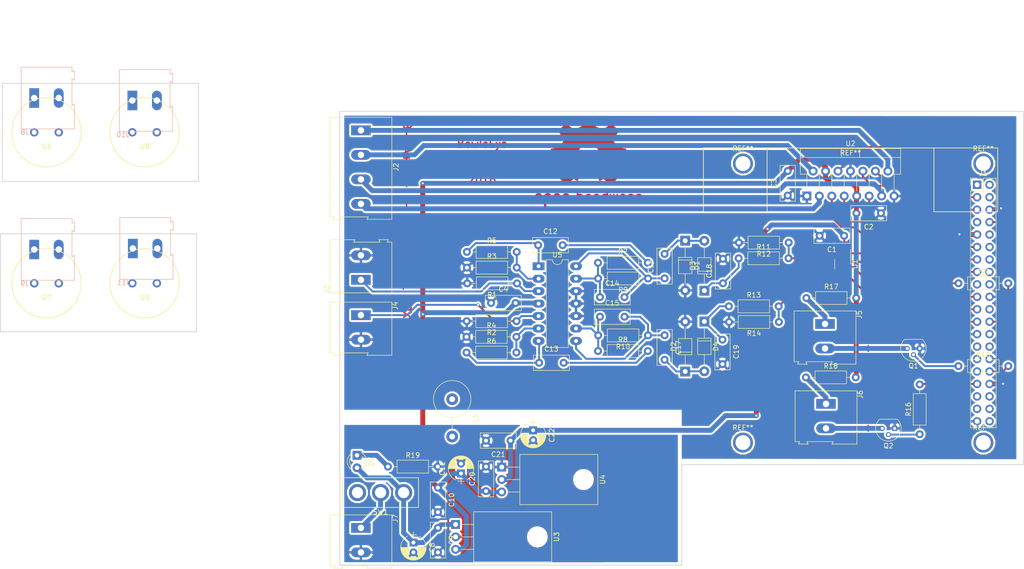
<source format=kicad_pcb>
(kicad_pcb (version 4) (host pcbnew 4.0.7-e2-6376~58~ubuntu16.04.1)
  (layers (0 F.Cu signal) (31 B.Cu signal) (34 B.Paste user) (35 F.Paste user) (36 B.SilkS user) (37 F.SilkS user) (38 B.Mask user) (39 F.Mask user) (44 Edge.Cuts user))
  (net 0 "")
  (net 1 +3V3)
  (net 2 "Net-(J1-Pad2)")
  (net 3 MOTOR_ENA)
  (net 4 "Net-(J1-Pad4)")
  (net 5 MOTOR_ENB)
  (net 6 GNDD)
  (net 7 "Net-(J1-Pad7)")
  (net 8 "Net-(J1-Pad10)")
  (net 9 MOTOR_1_1)
  (net 10 "Net-(J1-Pad12)")
  (net 11 MOTOR_1_2)
  (net 12 "Net-(J1-Pad14)")
  (net 13 "Net-(J1-Pad17)")
  (net 14 "Net-(J1-Pad18)")
  (net 15 SPI_MOSI)
  (net 16 PHASE_A)
  (net 17 PHASE_A-)
  (net 18 PHASE_B)
  (net 19 PHASE_B-)
  (net 20 "Net-(Q1-Pad2)")
  (net 21 "Net-(Q2-Pad2)")
  (net 22 SPI_NSS0)
  (net 23 ULTRA_RX2)
  (net 24 ULTRA_RX1)
  (net 25 SPI_MISO)
  (net 26 SPI_SCK)
  (net 27 +5V)
  (net 28 MOTOR_2_1)
  (net 29 MOTOR_2_2)
  (net 30 "Net-(J1-Pad22)")
  (net 31 SPI_NSS1)
  (net 32 "Net-(J1-Pad27)")
  (net 33 "Net-(J1-Pad28)")
  (net 34 "Net-(J1-Pad29)")
  (net 35 "Net-(J1-Pad31)")
  (net 36 ULTRA_TX2)
  (net 37 ULTRA_TX1)
  (net 38 "Net-(J1-Pad35)")
  (net 39 "Net-(J1-Pad36)")
  (net 40 "Net-(J1-Pad37)")
  (net 41 "Net-(J1-Pad38)")
  (net 42 "Net-(J1-Pad40)")
  (net 43 "Net-(C8-Pad1)")
  (net 44 GNDREF)
  (net 45 "Net-(J7-Pad1)")
  (net 46 "Net-(D7-Pad1)")
  (net 47 "Net-(SW1-Pad1)")
  (net 48 ULTRA_RX1_RAW)
  (net 49 ULTRA_RX2_RAW)
  (net 50 "Net-(R3-Pad2)")
  (net 51 "Net-(R4-Pad2)")
  (net 52 "Net-(C12-Pad1)")
  (net 53 "Net-(C13-Pad1)")
  (net 54 "Net-(C14-Pad1)")
  (net 55 "Net-(C12-Pad2)")
  (net 56 "Net-(C15-Pad1)")
  (net 57 "Net-(C13-Pad2)")
  (net 58 "Net-(C14-Pad2)")
  (net 59 "Net-(C15-Pad2)")
  (net 60 "Net-(C18-Pad1)")
  (net 61 "Net-(C19-Pad1)")
  (net 62 "Net-(J10-Pad1)")
  (net 63 "Net-(J11-Pad1)")
  (net 64 "Net-(C16-Pad2)")
  (net 65 "Net-(C17-Pad2)")
  (net 66 "Net-(J1-Pad16)")
  (net 67 "Net-(J6-Pad1)")
  (net 68 "Net-(J6-Pad2)")
  (net 69 "Net-(J5-Pad1)")
  (net 70 "Net-(J5-Pad2)")
  (net 71 "Net-(J10-Pad2)")
  (net 72 "Net-(J11-Pad2)")
  (module Resistors_THT:R_Axial_DIN0207_L6.3mm_D2.5mm_P10.16mm_Horizontal (layer F.Cu) (at 180.2 77.1)
    (fp_text reference R17 (at 5.08 -2.31) (layer F.SilkS))
    (fp_text value R)
    (pad 1 thru_hole circle (at 0 0) (size 1.6 1.6) (drill 0.8) (layers *.Cu *.Mask) (net 69 "Net-(J5-Pad1)"))
    (pad 2 thru_hole oval (at 10.16 0) (size 1.6 1.6) (drill 0.8) (layers *.Cu *.Mask) (net 27 +5V))
  )
  (module BowlsEye:heatsink (layer F.Cu) (at 189.2 46.5)
    (fp_text reference REF** (at 0 1) (layer F.SilkS))
    (fp_text value heatsink)
  )
  (module Capacitors_THT:C_Rect_L7.2mm_W3.0mm_P5.00mm_FKS2_FKP2_MKS2_MKP2 (layer F.Cu) (at 187.9 64.4 180)
    (fp_text reference C1 (at 2.5 -2.81 180) (layer F.SilkS))
    (fp_text value 100nF)
    (pad 1 thru_hole circle (at 0 0 180) (size 1.6 1.6) (drill 0.8) (layers *.Cu *.Mask) (net 1 +3V3))
    (pad 2 thru_hole circle (at 5 0 180) (size 1.6 1.6) (drill 0.8) (layers *.Cu *.Mask) (net 6 GNDD))
  )
  (module TO_SOT_Packages_THT:TO-92_Molded_Narrow (layer F.Cu) (at 203.3 87.4 180)
    (fp_text reference Q1 (at 1.27 -3.56 180) (layer F.SilkS))
    (fp_text value 2N3904)
    (pad 2 thru_hole circle (at 1.27 -1.27 270) (size 1 1) (drill 0.6) (layers *.Cu *.Mask) (net 20 "Net-(Q1-Pad2)"))
    (pad 3 thru_hole circle (at 2.54 0 270) (size 1 1) (drill 0.6) (layers *.Cu *.Mask) (net 70 "Net-(J5-Pad2)"))
    (pad 1 thru_hole rect (at 0 0 270) (size 1 1) (drill 0.6) (layers *.Cu *.Mask) (net 6 GNDD))
  )
  (module TO_SOT_Packages_THT:TO-92_Molded_Narrow (layer F.Cu) (at 198.2 103.7 180)
    (fp_text reference Q2 (at 1.27 -3.56 180) (layer F.SilkS))
    (fp_text value 2N3904)
    (pad 2 thru_hole circle (at 1.27 -1.27 270) (size 1 1) (drill 0.6) (layers *.Cu *.Mask) (net 21 "Net-(Q2-Pad2)"))
    (pad 3 thru_hole circle (at 2.54 0 270) (size 1 1) (drill 0.6) (layers *.Cu *.Mask) (net 68 "Net-(J6-Pad2)"))
    (pad 1 thru_hole rect (at 0 0 270) (size 1 1) (drill 0.6) (layers *.Cu *.Mask) (net 6 GNDD))
  )
  (module BowlsEye:MyVSSOP-8_3.0x3.0mm_Pitch0.65mm (layer F.Cu) (at 187.6 70.2 270)
    (fp_text reference U1 (at 0 -2.5 270) (layer F.SilkS))
    (fp_text value ADC122S101)
    (pad 1 smd rect (at -2.2 -0.975 180) (size 0.38 1.45) (layers F.Cu F.Paste F.Mask) (net 22 SPI_NSS0))
    (pad 2 smd rect (at -2.2 -0.325 180) (size 0.38 1.45) (layers F.Cu F.Paste F.Mask) (net 1 +3V3))
    (pad 3 smd rect (at -2.2 0.325 180) (size 0.38 1.45) (layers F.Cu F.Paste F.Mask) (net 6 GNDD))
    (pad 4 smd rect (at -2.2 0.975 180) (size 0.38 1.45) (layers F.Cu F.Paste F.Mask) (net 24 ULTRA_RX1))
    (pad 5 smd rect (at 2.2 0.975 180) (size 0.38 1.45) (layers F.Cu F.Paste F.Mask) (net 23 ULTRA_RX2))
    (pad 6 smd rect (at 2.2 0.325 180) (size 0.38 1.45) (layers F.Cu F.Paste F.Mask) (net 15 SPI_MOSI))
    (pad 7 smd rect (at 2.2 -0.325 180) (size 0.38 1.45) (layers F.Cu F.Paste F.Mask) (net 25 SPI_MISO))
    (pad 8 smd rect (at 2.2 -0.975 180) (size 0.38 1.45) (layers F.Cu F.Paste F.Mask) (net 26 SPI_SCK))
  )
  (module TO_SOT_Packages_THT:TO-220-15_Vertical_StaggeredType1 (layer F.Cu) (at 180.3 56.3)
    (fp_text reference U2 (at 8.89 -10.7) (layer F.SilkS))
    (fp_text value L298_TH)
    (pad 1 thru_hole rect (at 0 0) (size 1.8 1.8) (drill 1) (layers *.Cu *.Mask) (net 6 GNDD))
    (pad 2 thru_hole oval (at 1.27 -5.08) (size 1.8 1.8) (drill 1) (layers *.Cu *.Mask) (net 16 PHASE_A))
    (pad 3 thru_hole oval (at 2.54 0) (size 1.8 1.8) (drill 1) (layers *.Cu *.Mask) (net 17 PHASE_A-))
    (pad 4 thru_hole oval (at 3.81 -5.08) (size 1.8 1.8) (drill 1) (layers *.Cu *.Mask) (net 27 +5V))
    (pad 5 thru_hole oval (at 5.08 0) (size 1.8 1.8) (drill 1) (layers *.Cu *.Mask) (net 9 MOTOR_1_1))
    (pad 6 thru_hole oval (at 6.35 -5.08) (size 1.8 1.8) (drill 1) (layers *.Cu *.Mask) (net 3 MOTOR_ENA))
    (pad 7 thru_hole oval (at 7.62 0) (size 1.8 1.8) (drill 1) (layers *.Cu *.Mask) (net 11 MOTOR_1_2))
    (pad 8 thru_hole oval (at 8.89 -5.08) (size 1.8 1.8) (drill 1) (layers *.Cu *.Mask) (net 6 GNDD))
    (pad 9 thru_hole oval (at 10.16 0) (size 1.8 1.8) (drill 1) (layers *.Cu *.Mask) (net 27 +5V))
    (pad 10 thru_hole oval (at 11.43 -5.08) (size 1.8 1.8) (drill 1) (layers *.Cu *.Mask) (net 28 MOTOR_2_1))
    (pad 11 thru_hole oval (at 12.7 0) (size 1.8 1.8) (drill 1) (layers *.Cu *.Mask) (net 5 MOTOR_ENB))
    (pad 12 thru_hole oval (at 13.97 -5.08) (size 1.8 1.8) (drill 1) (layers *.Cu *.Mask) (net 29 MOTOR_2_2))
    (pad 13 thru_hole oval (at 15.24 0) (size 1.8 1.8) (drill 1) (layers *.Cu *.Mask) (net 18 PHASE_B))
    (pad 14 thru_hole oval (at 16.51 -5.08) (size 1.8 1.8) (drill 1) (layers *.Cu *.Mask) (net 19 PHASE_B-))
    (pad 15 thru_hole oval (at 17.78 0) (size 1.8 1.8) (drill 1) (layers *.Cu *.Mask) (net 6 GNDD))
  )
  (module Pin_Headers:Pin_Header_Straight_2x20_Pitch2.54mm (layer F.Cu) (at 215 54)
    (fp_text reference J1 (at 1.27 -2.33) (layer F.SilkS))
    (fp_text value CONN_02X20)
    (pad 1 thru_hole rect (at 0 0) (size 1.7 1.7) (drill 1) (layers *.Cu *.Mask) (net 1 +3V3))
    (pad 2 thru_hole oval (at 2.54 0) (size 1.7 1.7) (drill 1) (layers *.Cu *.Mask) (net 2 "Net-(J1-Pad2)"))
    (pad 3 thru_hole oval (at 0 2.54) (size 1.7 1.7) (drill 1) (layers *.Cu *.Mask) (net 29 MOTOR_2_2))
    (pad 4 thru_hole oval (at 2.54 2.54) (size 1.7 1.7) (drill 1) (layers *.Cu *.Mask) (net 4 "Net-(J1-Pad4)"))
    (pad 5 thru_hole oval (at 0 5.08) (size 1.7 1.7) (drill 1) (layers *.Cu *.Mask) (net 28 MOTOR_2_1))
    (pad 6 thru_hole oval (at 2.54 5.08) (size 1.7 1.7) (drill 1) (layers *.Cu *.Mask) (net 6 GNDD))
    (pad 7 thru_hole oval (at 0 7.62) (size 1.7 1.7) (drill 1) (layers *.Cu *.Mask) (net 7 "Net-(J1-Pad7)"))
    (pad 8 thru_hole oval (at 2.54 7.62) (size 1.7 1.7) (drill 1) (layers *.Cu *.Mask) (net 3 MOTOR_ENA))
    (pad 9 thru_hole oval (at 0 10.16) (size 1.7 1.7) (drill 1) (layers *.Cu *.Mask) (net 6 GNDD))
    (pad 10 thru_hole oval (at 2.54 10.16) (size 1.7 1.7) (drill 1) (layers *.Cu *.Mask) (net 8 "Net-(J1-Pad10)"))
    (pad 11 thru_hole oval (at 0 12.7) (size 1.7 1.7) (drill 1) (layers *.Cu *.Mask) (net 5 MOTOR_ENB))
    (pad 12 thru_hole oval (at 2.54 12.7) (size 1.7 1.7) (drill 1) (layers *.Cu *.Mask) (net 10 "Net-(J1-Pad12)"))
    (pad 13 thru_hole oval (at 0 15.24) (size 1.7 1.7) (drill 1) (layers *.Cu *.Mask) (net 11 MOTOR_1_2))
    (pad 14 thru_hole oval (at 2.54 15.24) (size 1.7 1.7) (drill 1) (layers *.Cu *.Mask) (net 12 "Net-(J1-Pad14)"))
    (pad 15 thru_hole oval (at 0 17.78) (size 1.7 1.7) (drill 1) (layers *.Cu *.Mask) (net 9 MOTOR_1_1))
    (pad 16 thru_hole oval (at 2.54 17.78) (size 1.7 1.7) (drill 1) (layers *.Cu *.Mask) (net 66 "Net-(J1-Pad16)"))
    (pad 17 thru_hole oval (at 0 20.32) (size 1.7 1.7) (drill 1) (layers *.Cu *.Mask) (net 13 "Net-(J1-Pad17)"))
    (pad 18 thru_hole oval (at 2.54 20.32) (size 1.7 1.7) (drill 1) (layers *.Cu *.Mask) (net 14 "Net-(J1-Pad18)"))
    (pad 19 thru_hole oval (at 0 22.86) (size 1.7 1.7) (drill 1) (layers *.Cu *.Mask) (net 15 SPI_MOSI))
    (pad 20 thru_hole oval (at 2.54 22.86) (size 1.7 1.7) (drill 1) (layers *.Cu *.Mask) (net 6 GNDD))
    (pad 21 thru_hole oval (at 0 25.4) (size 1.7 1.7) (drill 1) (layers *.Cu *.Mask) (net 25 SPI_MISO))
    (pad 22 thru_hole oval (at 2.54 25.4) (size 1.7 1.7) (drill 1) (layers *.Cu *.Mask) (net 30 "Net-(J1-Pad22)"))
    (pad 23 thru_hole oval (at 0 27.94) (size 1.7 1.7) (drill 1) (layers *.Cu *.Mask) (net 26 SPI_SCK))
    (pad 24 thru_hole oval (at 2.54 27.94) (size 1.7 1.7) (drill 1) (layers *.Cu *.Mask) (net 22 SPI_NSS0))
    (pad 25 thru_hole oval (at 0 30.48) (size 1.7 1.7) (drill 1) (layers *.Cu *.Mask) (net 6 GNDD))
    (pad 26 thru_hole oval (at 2.54 30.48) (size 1.7 1.7) (drill 1) (layers *.Cu *.Mask) (net 31 SPI_NSS1))
    (pad 27 thru_hole oval (at 0 33.02) (size 1.7 1.7) (drill 1) (layers *.Cu *.Mask) (net 32 "Net-(J1-Pad27)"))
    (pad 28 thru_hole oval (at 2.54 33.02) (size 1.7 1.7) (drill 1) (layers *.Cu *.Mask) (net 33 "Net-(J1-Pad28)"))
    (pad 29 thru_hole oval (at 0 35.56) (size 1.7 1.7) (drill 1) (layers *.Cu *.Mask) (net 34 "Net-(J1-Pad29)"))
    (pad 30 thru_hole oval (at 2.54 35.56) (size 1.7 1.7) (drill 1) (layers *.Cu *.Mask) (net 6 GNDD))
    (pad 31 thru_hole oval (at 0 38.1) (size 1.7 1.7) (drill 1) (layers *.Cu *.Mask) (net 35 "Net-(J1-Pad31)"))
    (pad 32 thru_hole oval (at 2.54 38.1) (size 1.7 1.7) (drill 1) (layers *.Cu *.Mask) (net 37 ULTRA_TX1))
    (pad 33 thru_hole oval (at 0 40.64) (size 1.7 1.7) (drill 1) (layers *.Cu *.Mask) (net 36 ULTRA_TX2))
    (pad 34 thru_hole oval (at 2.54 40.64) (size 1.7 1.7) (drill 1) (layers *.Cu *.Mask) (net 6 GNDD))
    (pad 35 thru_hole oval (at 0 43.18) (size 1.7 1.7) (drill 1) (layers *.Cu *.Mask) (net 38 "Net-(J1-Pad35)"))
    (pad 36 thru_hole oval (at 2.54 43.18) (size 1.7 1.7) (drill 1) (layers *.Cu *.Mask) (net 39 "Net-(J1-Pad36)"))
    (pad 37 thru_hole oval (at 0 45.72) (size 1.7 1.7) (drill 1) (layers *.Cu *.Mask) (net 40 "Net-(J1-Pad37)"))
    (pad 38 thru_hole oval (at 2.54 45.72) (size 1.7 1.7) (drill 1) (layers *.Cu *.Mask) (net 41 "Net-(J1-Pad38)"))
    (pad 39 thru_hole oval (at 0 48.26) (size 1.7 1.7) (drill 1) (layers *.Cu *.Mask) (net 6 GNDD))
    (pad 40 thru_hole oval (at 2.54 48.26) (size 1.7 1.7) (drill 1) (layers *.Cu *.Mask) (net 42 "Net-(J1-Pad40)"))
  )
  (module LEDs:LED_D3.0mm (layer F.Cu) (at 88.6 109.2 270)
    (fp_text reference D7 (at 1.27 -2.96 270) (layer F.SilkS))
    (fp_text value LED)
    (pad 1 thru_hole rect (at 0 0 270) (size 1.8 1.8) (drill 0.9) (layers *.Cu *.Mask) (net 46 "Net-(D7-Pad1)"))
    (pad 2 thru_hole circle (at 2.54 0 270) (size 1.8 1.8) (drill 0.9) (layers *.Cu *.Mask) (net 43 "Net-(C8-Pad1)"))
  )
  (module BowlsEye:SPDT (layer F.Cu) (at 93.4 116.8)
    (fp_text reference SW1 (at 0 3.95) (layer F.SilkS))
    (fp_text value SW_SPDT)
    (pad 1 thru_hole circle (at -4.7 0) (size 3.5 3.5) (drill 2.3) (layers *.Cu *.Mask) (net 47 "Net-(SW1-Pad1)"))
    (pad 2 thru_hole circle (at 0 0) (size 3.5 3.5) (drill 2.3) (layers *.Cu *.Mask) (net 45 "Net-(J7-Pad1)"))
    (pad 3 thru_hole circle (at 4.7 0) (size 3.5 3.5) (drill 2.3) (layers *.Cu *.Mask) (net 43 "Net-(C8-Pad1)"))
  )
  (module Resistors_THT:R_Axial_DIN0207_L6.3mm_D2.5mm_P10.16mm_Horizontal (layer F.Cu) (at 121.223907 74.123402 180)
    (fp_text reference R1 (at 5.08 -2.31 180) (layer F.SilkS))
    (fp_text value 3K9)
    (pad 1 thru_hole circle (at 0 0 180) (size 1.6 1.6) (drill 0.8) (layers *.Cu *.Mask) (net 48 ULTRA_RX1_RAW))
    (pad 2 thru_hole oval (at 10.16 0 180) (size 1.6 1.6) (drill 0.8) (layers *.Cu *.Mask) (net 6 GNDD))
  )
  (module Resistors_THT:R_Axial_DIN0207_L6.3mm_D2.5mm_P10.16mm_Horizontal (layer F.Cu) (at 121.123907 81.823401 180)
    (fp_text reference R2 (at 5.08 -2.31 180) (layer F.SilkS))
    (fp_text value 3K9)
    (pad 1 thru_hole circle (at 0 0 180) (size 1.6 1.6) (drill 0.8) (layers *.Cu *.Mask) (net 49 ULTRA_RX2_RAW))
    (pad 2 thru_hole oval (at 10.16 0 180) (size 1.6 1.6) (drill 0.8) (layers *.Cu *.Mask) (net 6 GNDD))
  )
  (module Resistors_THT:R_Axial_DIN0207_L6.3mm_D2.5mm_P10.16mm_Horizontal (layer F.Cu) (at 111 70.9)
    (fp_text reference R3 (at 5.08 -2.31) (layer F.SilkS))
    (fp_text value 1K)
    (pad 1 thru_hole circle (at 0 0) (size 1.6 1.6) (drill 0.8) (layers *.Cu *.Mask) (net 6 GNDD))
    (pad 2 thru_hole oval (at 10.16 0) (size 1.6 1.6) (drill 0.8) (layers *.Cu *.Mask) (net 50 "Net-(R3-Pad2)"))
  )
  (module Resistors_THT:R_Axial_DIN0207_L6.3mm_D2.5mm_P10.16mm_Horizontal (layer F.Cu) (at 110.923907 85.023402)
    (fp_text reference R4 (at 5.08 -2.31) (layer F.SilkS))
    (fp_text value 1K)
    (pad 1 thru_hole circle (at 0 0) (size 1.6 1.6) (drill 0.8) (layers *.Cu *.Mask) (net 6 GNDD))
    (pad 2 thru_hole oval (at 10.16 0) (size 1.6 1.6) (drill 0.8) (layers *.Cu *.Mask) (net 51 "Net-(R4-Pad2)"))
  )
  (module Resistors_THT:R_Axial_DIN0207_L6.3mm_D2.5mm_P10.16mm_Horizontal (layer F.Cu) (at 111 67.7)
    (fp_text reference R5 (at 5.08 -2.31) (layer F.SilkS))
    (fp_text value 100K)
    (pad 1 thru_hole circle (at 0 0) (size 1.6 1.6) (drill 0.8) (layers *.Cu *.Mask) (net 52 "Net-(C12-Pad1)"))
    (pad 2 thru_hole oval (at 10.16 0) (size 1.6 1.6) (drill 0.8) (layers *.Cu *.Mask) (net 50 "Net-(R3-Pad2)"))
  )
  (module Resistors_THT:R_Axial_DIN0207_L6.3mm_D2.5mm_P10.16mm_Horizontal (layer F.Cu) (at 110.93 88.23)
    (fp_text reference R6 (at 5.08 -2.31) (layer F.SilkS))
    (fp_text value 100K)
    (pad 1 thru_hole circle (at 0 0) (size 1.6 1.6) (drill 0.8) (layers *.Cu *.Mask) (net 53 "Net-(C13-Pad1)"))
    (pad 2 thru_hole oval (at 10.16 0) (size 1.6 1.6) (drill 0.8) (layers *.Cu *.Mask) (net 51 "Net-(R4-Pad2)"))
  )
  (module Resistors_THT:R_Axial_DIN0207_L6.3mm_D2.5mm_P10.16mm_Horizontal (layer F.Cu) (at 137.723907 69.923402)
    (fp_text reference R7 (at 5.08 -2.31) (layer F.SilkS))
    (fp_text value 1K)
    (pad 1 thru_hole circle (at 0 0) (size 1.6 1.6) (drill 0.8) (layers *.Cu *.Mask) (net 54 "Net-(C14-Pad1)"))
    (pad 2 thru_hole oval (at 10.16 0) (size 1.6 1.6) (drill 0.8) (layers *.Cu *.Mask) (net 55 "Net-(C12-Pad2)"))
  )
  (module Resistors_THT:R_Axial_DIN0207_L6.3mm_D2.5mm_P10.16mm_Horizontal (layer F.Cu) (at 137.723907 87.923402)
    (fp_text reference R8 (at 5.08 -2.31) (layer F.SilkS))
    (fp_text value 1K)
    (pad 1 thru_hole circle (at 0 0) (size 1.6 1.6) (drill 0.8) (layers *.Cu *.Mask) (net 56 "Net-(C15-Pad1)"))
    (pad 2 thru_hole oval (at 10.16 0) (size 1.6 1.6) (drill 0.8) (layers *.Cu *.Mask) (net 57 "Net-(C13-Pad2)"))
  )
  (module Resistors_THT:R_Axial_DIN0207_L6.3mm_D2.5mm_P10.16mm_Horizontal (layer F.Cu) (at 147.923907 73.123402 180)
    (fp_text reference R9 (at 5.08 -2.31 180) (layer F.SilkS))
    (fp_text value 100K)
    (pad 1 thru_hole circle (at 0 0 180) (size 1.6 1.6) (drill 0.8) (layers *.Cu *.Mask) (net 58 "Net-(C14-Pad2)"))
    (pad 2 thru_hole oval (at 10.16 0 180) (size 1.6 1.6) (drill 0.8) (layers *.Cu *.Mask) (net 54 "Net-(C14-Pad1)"))
  )
  (module Resistors_THT:R_Axial_DIN0207_L6.3mm_D2.5mm_P10.16mm_Horizontal (layer F.Cu) (at 147.923907 84.723402 180)
    (fp_text reference R10 (at 5.08 -2.31 180) (layer F.SilkS))
    (fp_text value 100K)
    (pad 1 thru_hole circle (at 0 0 180) (size 1.6 1.6) (drill 0.8) (layers *.Cu *.Mask) (net 59 "Net-(C15-Pad2)"))
    (pad 2 thru_hole oval (at 10.16 0 180) (size 1.6 1.6) (drill 0.8) (layers *.Cu *.Mask) (net 56 "Net-(C15-Pad1)"))
  )
  (module Resistors_THT:R_Axial_DIN0207_L6.3mm_D2.5mm_P10.16mm_Horizontal (layer F.Cu) (at 166.4 69)
    (fp_text reference R11 (at 5.08 -2.31) (layer F.SilkS))
    (fp_text value R)
    (pad 1 thru_hole circle (at 0 0) (size 1.6 1.6) (drill 0.8) (layers *.Cu *.Mask) (net 60 "Net-(C18-Pad1)"))
    (pad 2 thru_hole oval (at 10.16 0) (size 1.6 1.6) (drill 0.8) (layers *.Cu *.Mask) (net 24 ULTRA_RX1))
  )
  (module Resistors_THT:R_Axial_DIN0207_L6.3mm_D2.5mm_P10.16mm_Horizontal (layer F.Cu) (at 176.6 65.8 180)
    (fp_text reference R12 (at 5.08 -2.31 180) (layer F.SilkS))
    (fp_text value R)
    (pad 1 thru_hole circle (at 0 0 180) (size 1.6 1.6) (drill 0.8) (layers *.Cu *.Mask) (net 24 ULTRA_RX1))
    (pad 2 thru_hole oval (at 10.16 0 180) (size 1.6 1.6) (drill 0.8) (layers *.Cu *.Mask) (net 6 GNDD))
  )
  (module Resistors_THT:R_Axial_DIN0207_L6.3mm_D2.5mm_P10.16mm_Horizontal (layer F.Cu) (at 164.4 78.8)
    (fp_text reference R13 (at 5.08 -2.31) (layer F.SilkS))
    (fp_text value R)
    (pad 1 thru_hole circle (at 0 0) (size 1.6 1.6) (drill 0.8) (layers *.Cu *.Mask) (net 61 "Net-(C19-Pad1)"))
    (pad 2 thru_hole oval (at 10.16 0) (size 1.6 1.6) (drill 0.8) (layers *.Cu *.Mask) (net 23 ULTRA_RX2))
  )
  (module Resistors_THT:R_Axial_DIN0207_L6.3mm_D2.5mm_P10.16mm_Horizontal (layer F.Cu) (at 174.6 82 180)
    (fp_text reference R14 (at 5.08 -2.31 180) (layer F.SilkS))
    (fp_text value R)
    (pad 1 thru_hole circle (at 0 0 180) (size 1.6 1.6) (drill 0.8) (layers *.Cu *.Mask) (net 23 ULTRA_RX2))
    (pad 2 thru_hole oval (at 10.16 0 180) (size 1.6 1.6) (drill 0.8) (layers *.Cu *.Mask) (net 6 GNDD))
  )
  (module Resistors_THT:R_Axial_DIN0207_L6.3mm_D2.5mm_P10.16mm_Horizontal (layer F.Cu) (at 211.2 91)
    (fp_text reference R15 (at 5.08 -2.31) (layer F.SilkS))
    (fp_text value R)
    (pad 1 thru_hole circle (at 0 0) (size 1.6 1.6) (drill 0.8) (layers *.Cu *.Mask) (net 20 "Net-(Q1-Pad2)"))
    (pad 2 thru_hole oval (at 10.16 0) (size 1.6 1.6) (drill 0.8) (layers *.Cu *.Mask) (net 37 ULTRA_TX1))
  )
  (module Resistors_THT:R_Axial_DIN0207_L6.3mm_D2.5mm_P10.16mm_Horizontal (layer F.Cu) (at 203.3 104.9 90)
    (fp_text reference R16 (at 5.08 -2.31 90) (layer F.SilkS))
    (fp_text value R)
    (pad 1 thru_hole circle (at 0 0 90) (size 1.6 1.6) (drill 0.8) (layers *.Cu *.Mask) (net 21 "Net-(Q2-Pad2)"))
    (pad 2 thru_hole oval (at 10.16 0 90) (size 1.6 1.6) (drill 0.8) (layers *.Cu *.Mask) (net 36 ULTRA_TX2))
  )
  (module Resistors_THT:R_Axial_DIN0207_L6.3mm_D2.5mm_P10.16mm_Horizontal (layer F.Cu) (at 180.1 93.3)
    (fp_text reference R18 (at 5.08 -2.31) (layer F.SilkS))
    (fp_text value R)
    (pad 1 thru_hole circle (at 0 0) (size 1.6 1.6) (drill 0.8) (layers *.Cu *.Mask) (net 67 "Net-(J6-Pad1)"))
    (pad 2 thru_hole oval (at 10.16 0) (size 1.6 1.6) (drill 0.8) (layers *.Cu *.Mask) (net 27 +5V))
  )
  (module Resistors_THT:R_Axial_DIN0207_L6.3mm_D2.5mm_P10.16mm_Horizontal (layer F.Cu) (at 94.9 111.5)
    (fp_text reference R19 (at 5.08 -2.31) (layer F.SilkS))
    (fp_text value R)
    (pad 1 thru_hole circle (at 0 0) (size 1.6 1.6) (drill 0.8) (layers *.Cu *.Mask) (net 46 "Net-(D7-Pad1)"))
    (pad 2 thru_hole oval (at 10.16 0) (size 1.6 1.6) (drill 0.8) (layers *.Cu *.Mask) (net 44 GNDREF))
  )
  (module Housings_DIP:DIP-14_W7.62mm_LongPads (layer F.Cu) (at 125.623907 70.623402)
    (fp_text reference U5 (at 3.81 -2.33) (layer F.SilkS))
    (fp_text value LM324N)
    (pad 1 thru_hole rect (at 0 0) (size 2.4 1.6) (drill 0.8) (layers *.Cu *.Mask) (net 52 "Net-(C12-Pad1)"))
    (pad 8 thru_hole oval (at 7.62 15.24) (size 2.4 1.6) (drill 0.8) (layers *.Cu *.Mask) (net 59 "Net-(C15-Pad2)"))
    (pad 2 thru_hole oval (at 0 2.54) (size 2.4 1.6) (drill 0.8) (layers *.Cu *.Mask) (net 50 "Net-(R3-Pad2)"))
    (pad 9 thru_hole oval (at 7.62 12.7) (size 2.4 1.6) (drill 0.8) (layers *.Cu *.Mask) (net 56 "Net-(C15-Pad1)"))
    (pad 3 thru_hole oval (at 0 5.08) (size 2.4 1.6) (drill 0.8) (layers *.Cu *.Mask) (net 48 ULTRA_RX1_RAW))
    (pad 10 thru_hole oval (at 7.62 10.16) (size 2.4 1.6) (drill 0.8) (layers *.Cu *.Mask) (net 6 GNDD))
    (pad 4 thru_hole oval (at 0 7.62) (size 2.4 1.6) (drill 0.8) (layers *.Cu *.Mask) (net 27 +5V))
    (pad 11 thru_hole oval (at 7.62 7.62) (size 2.4 1.6) (drill 0.8) (layers *.Cu *.Mask) (net 6 GNDD))
    (pad 5 thru_hole oval (at 0 10.16) (size 2.4 1.6) (drill 0.8) (layers *.Cu *.Mask) (net 49 ULTRA_RX2_RAW))
    (pad 12 thru_hole oval (at 7.62 5.08) (size 2.4 1.6) (drill 0.8) (layers *.Cu *.Mask) (net 6 GNDD))
    (pad 6 thru_hole oval (at 0 12.7) (size 2.4 1.6) (drill 0.8) (layers *.Cu *.Mask) (net 51 "Net-(R4-Pad2)"))
    (pad 13 thru_hole oval (at 7.62 2.54) (size 2.4 1.6) (drill 0.8) (layers *.Cu *.Mask) (net 54 "Net-(C14-Pad1)"))
    (pad 7 thru_hole oval (at 0 15.24) (size 2.4 1.6) (drill 0.8) (layers *.Cu *.Mask) (net 53 "Net-(C13-Pad1)"))
    (pad 14 thru_hole oval (at 7.62 0) (size 2.4 1.6) (drill 0.8) (layers *.Cu *.Mask) (net 58 "Net-(C14-Pad2)"))
  )
  (module Connectors_Terminal_Blocks:TerminalBlock_Altech_AK300-2_P5.00mm (layer F.Cu) (at 89.4 73.4 90)
    (fp_text reference J3 (at -1.92 -6.99 90) (layer F.SilkS))
    (fp_text value CONN_01X02)
    (pad 1 thru_hole rect (at 0 0 90) (size 1.98 3.96) (drill 1.32) (layers *.Cu *.Mask) (net 48 ULTRA_RX1_RAW))
    (pad 2 thru_hole oval (at 5 0 90) (size 1.98 3.96) (drill 1.32) (layers *.Cu *.Mask) (net 6 GNDD))
  )
  (module Connectors_Terminal_Blocks:TerminalBlock_Altech_AK300-2_P5.00mm (layer F.Cu) (at 89.4 80.6 270)
    (fp_text reference J4 (at -1.92 -6.99 270) (layer F.SilkS))
    (fp_text value CONN_01X02)
    (pad 1 thru_hole rect (at 0 0 270) (size 1.98 3.96) (drill 1.32) (layers *.Cu *.Mask) (net 49 ULTRA_RX2_RAW))
    (pad 2 thru_hole oval (at 5 0 270) (size 1.98 3.96) (drill 1.32) (layers *.Cu *.Mask) (net 6 GNDD))
  )
  (module Connectors_Terminal_Blocks:TerminalBlock_Altech_AK300-2_P5.00mm (layer F.Cu) (at 184 82.4 270)
    (fp_text reference J5 (at -1.92 -6.99 270) (layer F.SilkS))
    (fp_text value CONN_01X02)
    (pad 1 thru_hole rect (at 0 0 270) (size 1.98 3.96) (drill 1.32) (layers *.Cu *.Mask) (net 69 "Net-(J5-Pad1)"))
    (pad 2 thru_hole oval (at 5 0 270) (size 1.98 3.96) (drill 1.32) (layers *.Cu *.Mask) (net 70 "Net-(J5-Pad2)"))
  )
  (module Connectors_Terminal_Blocks:TerminalBlock_Altech_AK300-2_P5.00mm (layer F.Cu) (at 184.2 98.7 270)
    (fp_text reference J6 (at -1.92 -6.99 270) (layer F.SilkS))
    (fp_text value CONN_01X02)
    (pad 1 thru_hole rect (at 0 0 270) (size 1.98 3.96) (drill 1.32) (layers *.Cu *.Mask) (net 67 "Net-(J6-Pad1)"))
    (pad 2 thru_hole oval (at 5 0 270) (size 1.98 3.96) (drill 1.32) (layers *.Cu *.Mask) (net 68 "Net-(J6-Pad2)"))
  )
  (module Connectors_Terminal_Blocks:TerminalBlock_Altech_AK300-2_P5.00mm (layer B.Cu) (at 22.8 36.3)
    (fp_text reference J8 (at -1.92 6.99) (layer B.SilkS) (effects (justify mirror)))
    (fp_text value CONN_01X02)
    (pad 1 thru_hole rect (at 0 0) (size 1.98 3.96) (drill 1.32) (layers *.Cu *.Mask) (net 48 ULTRA_RX1_RAW))
    (pad 2 thru_hole oval (at 5 0) (size 1.98 3.96) (drill 1.32) (layers *.Cu *.Mask) (net 6 GNDD))
  )
  (module Connectors_Terminal_Blocks:TerminalBlock_Altech_AK300-2_P5.00mm (layer B.Cu) (at 42.8 36.8)
    (fp_text reference J10 (at -1.92 6.99) (layer B.SilkS) (effects (justify mirror)))
    (fp_text value CONN_01X02)
    (pad 1 thru_hole rect (at 0 0) (size 1.98 3.96) (drill 1.32) (layers *.Cu *.Mask) (net 62 "Net-(J10-Pad1)"))
    (pad 2 thru_hole oval (at 5 0) (size 1.98 3.96) (drill 1.32) (layers *.Cu *.Mask) (net 71 "Net-(J10-Pad2)"))
  )
  (module Connectors_Terminal_Blocks:TerminalBlock_Altech_AK300-2_P5.00mm (layer B.Cu) (at 42.9 67)
    (fp_text reference J11 (at -1.92 6.99) (layer B.SilkS) (effects (justify mirror)))
    (fp_text value CONN_01X02)
    (pad 1 thru_hole rect (at 0 0) (size 1.98 3.96) (drill 1.32) (layers *.Cu *.Mask) (net 63 "Net-(J11-Pad1)"))
    (pad 2 thru_hole oval (at 5 0) (size 1.98 3.96) (drill 1.32) (layers *.Cu *.Mask) (net 72 "Net-(J11-Pad2)"))
  )
  (module BowlsEye:transducer (layer F.Cu) (at 25.3 43.3)
    (fp_text reference U6 (at 0.05 2.9) (layer F.SilkS))
    (fp_text value transducer)
    (pad 1 thru_hole circle (at -2.5 0) (size 1.7 1.7) (drill 1) (layers *.Cu *.Mask) (net 48 ULTRA_RX1_RAW))
    (pad 2 thru_hole circle (at 2.5 0) (size 1.7 1.7) (drill 1) (layers *.Cu *.Mask) (net 6 GNDD))
  )
  (module BowlsEye:transducer (layer F.Cu) (at 25.3 74.1)
    (fp_text reference U7 (at 0.05 2.9) (layer F.SilkS))
    (fp_text value transducer)
    (pad 1 thru_hole circle (at -2.5 0) (size 1.7 1.7) (drill 1) (layers *.Cu *.Mask) (net 49 ULTRA_RX2_RAW))
    (pad 2 thru_hole circle (at 2.5 0) (size 1.7 1.7) (drill 1) (layers *.Cu *.Mask) (net 6 GNDD))
  )
  (module BowlsEye:transducer (layer F.Cu) (at 45.3 43.3)
    (fp_text reference U8 (at 0.05 2.9) (layer F.SilkS))
    (fp_text value transducer)
    (pad 1 thru_hole circle (at -2.5 0) (size 1.7 1.7) (drill 1) (layers *.Cu *.Mask) (net 62 "Net-(J10-Pad1)"))
    (pad 2 thru_hole circle (at 2.5 0) (size 1.7 1.7) (drill 1) (layers *.Cu *.Mask) (net 71 "Net-(J10-Pad2)"))
  )
  (module BowlsEye:transducer (layer F.Cu) (at 45.3 74.1)
    (fp_text reference U9 (at 0.05 2.9) (layer F.SilkS))
    (fp_text value transducer)
    (pad 1 thru_hole circle (at -2.5 0) (size 1.7 1.7) (drill 1) (layers *.Cu *.Mask) (net 63 "Net-(J11-Pad1)"))
    (pad 2 thru_hole circle (at 2.5 0) (size 1.7 1.7) (drill 1) (layers *.Cu *.Mask) (net 72 "Net-(J11-Pad2)"))
  )
  (module Diodes_THT:D_T-1_P10.16mm_Horizontal (layer F.Cu) (at 155.5 65.4 270)
    (fp_text reference D1 (at 5.08 -2.36 270) (layer F.SilkS))
    (fp_text value D)
    (pad 1 thru_hole rect (at 0 0 270) (size 2 2) (drill 1) (layers *.Cu *.Mask) (net 64 "Net-(C16-Pad2)"))
    (pad 2 thru_hole oval (at 10.16 0 270) (size 2 2) (drill 1) (layers *.Cu *.Mask) (net 6 GNDD))
  )
  (module Capacitors_THT:C_Rect_L7.2mm_W3.0mm_P5.00mm_FKS2_FKP2_MKS2_MKP2 (layer F.Cu) (at 176.4 56.2 90)
    (fp_text reference C3 (at 2.5 -2.81 90) (layer F.SilkS))
    (fp_text value 100nF)
    (pad 1 thru_hole circle (at 0 0 90) (size 1.6 1.6) (drill 0.8) (layers *.Cu *.Mask) (net 6 GNDD))
    (pad 2 thru_hole circle (at 5 0 90) (size 1.6 1.6) (drill 0.8) (layers *.Cu *.Mask) (net 27 +5V))
  )
  (module Capacitors_THT:CP_Radial_D5.0mm_P2.00mm (layer F.Cu) (at 100.1 127 270)
    (fp_text reference C8 (at 1 -3.81 270) (layer F.SilkS))
    (fp_text value 10uF)
    (pad 1 thru_hole rect (at 0 0 270) (size 1.6 1.6) (drill 0.8) (layers *.Cu *.Mask) (net 43 "Net-(C8-Pad1)"))
    (pad 2 thru_hole circle (at 2 0 270) (size 1.6 1.6) (drill 0.8) (layers *.Cu *.Mask) (net 44 GNDREF))
  )
  (module Capacitors_THT:CP_Radial_D5.0mm_P2.00mm (layer F.Cu) (at 109.8 112.9 90)
    (fp_text reference C11 (at 1 -3.81 90) (layer F.SilkS))
    (fp_text value 10uF)
    (pad 1 thru_hole rect (at 0 0 90) (size 1.6 1.6) (drill 0.8) (layers *.Cu *.Mask) (net 27 +5V))
    (pad 2 thru_hole circle (at 2 0 90) (size 1.6 1.6) (drill 0.8) (layers *.Cu *.Mask) (net 44 GNDREF))
  )
  (module Capacitors_THT:CP_Radial_D5.0mm_P2.00mm (layer F.Cu) (at 124.5 104.1 270)
    (fp_text reference C22 (at 1 -3.81 270) (layer F.SilkS))
    (fp_text value 10uF)
    (pad 1 thru_hole rect (at 0 0 270) (size 1.6 1.6) (drill 0.8) (layers *.Cu *.Mask) (net 1 +3V3))
    (pad 2 thru_hole circle (at 2 0 270) (size 1.6 1.6) (drill 0.8) (layers *.Cu *.Mask) (net 44 GNDREF))
  )
  (module Diodes_THT:D_T-1_P10.16mm_Horizontal (layer F.Cu) (at 155.5 92.1 90)
    (fp_text reference D2 (at 5.08 -2.36 90) (layer F.SilkS))
    (fp_text value D)
    (pad 1 thru_hole rect (at 0 0 90) (size 2 2) (drill 1) (layers *.Cu *.Mask) (net 65 "Net-(C17-Pad2)"))
    (pad 2 thru_hole oval (at 10.16 0 90) (size 2 2) (drill 1) (layers *.Cu *.Mask) (net 6 GNDD))
  )
  (module Diodes_THT:D_T-1_P10.16mm_Horizontal (layer F.Cu) (at 159.4 75.6 90)
    (fp_text reference D3 (at 5.08 -2.36 90) (layer F.SilkS))
    (fp_text value D)
    (pad 1 thru_hole rect (at 0 0 90) (size 2 2) (drill 1) (layers *.Cu *.Mask) (net 60 "Net-(C18-Pad1)"))
    (pad 2 thru_hole oval (at 10.16 0 90) (size 2 2) (drill 1) (layers *.Cu *.Mask) (net 64 "Net-(C16-Pad2)"))
  )
  (module Diodes_THT:D_T-1_P10.16mm_Horizontal (layer F.Cu) (at 159.4 81.9 270)
    (fp_text reference D4 (at 5.08 -2.36 270) (layer F.SilkS))
    (fp_text value D)
    (pad 1 thru_hole rect (at 0 0 270) (size 2 2) (drill 1) (layers *.Cu *.Mask) (net 61 "Net-(C19-Pad1)"))
    (pad 2 thru_hole oval (at 10.16 0 270) (size 2 2) (drill 1) (layers *.Cu *.Mask) (net 65 "Net-(C17-Pad2)"))
  )
  (module Capacitors_THT:C_Rect_L7.2mm_W3.0mm_P5.00mm_FKS2_FKP2_MKS2_MKP2 (layer F.Cu) (at 195.4 59.8 180)
    (fp_text reference C2 (at 2.5 -2.81 180) (layer F.SilkS))
    (fp_text value 100nF)
    (pad 1 thru_hole circle (at 0 0 180) (size 1.6 1.6) (drill 0.8) (layers *.Cu *.Mask) (net 6 GNDD))
    (pad 2 thru_hole circle (at 5 0 180) (size 1.6 1.6) (drill 0.8) (layers *.Cu *.Mask) (net 27 +5V))
  )
  (module Capacitors_THT:C_Rect_L7.2mm_W3.0mm_P5.00mm_FKS2_FKP2_MKS2_MKP2 (layer F.Cu) (at 115.923907 78.123402)
    (fp_text reference C4 (at 2.5 -2.81) (layer F.SilkS))
    (fp_text value 100nF)
    (pad 1 thru_hole circle (at 0 0) (size 1.6 1.6) (drill 0.8) (layers *.Cu *.Mask) (net 6 GNDD))
    (pad 2 thru_hole circle (at 5 0) (size 1.6 1.6) (drill 0.8) (layers *.Cu *.Mask) (net 27 +5V))
  )
  (module Capacitors_THT:C_Rect_L7.2mm_W3.0mm_P5.00mm_FKS2_FKP2_MKS2_MKP2 (layer F.Cu) (at 105.1 124 270)
    (fp_text reference C9 (at 2.5 -2.81 270) (layer F.SilkS))
    (fp_text value 100nF)
    (pad 1 thru_hole circle (at 0 0 270) (size 1.6 1.6) (drill 0.8) (layers *.Cu *.Mask) (net 43 "Net-(C8-Pad1)"))
    (pad 2 thru_hole circle (at 5 0 270) (size 1.6 1.6) (drill 0.8) (layers *.Cu *.Mask) (net 44 GNDREF))
  )
  (module Capacitors_THT:C_Rect_L7.2mm_W3.0mm_P5.00mm_FKS2_FKP2_MKS2_MKP2 (layer F.Cu) (at 105.1 115.8 270)
    (fp_text reference C10 (at 2.5 -2.81 270) (layer F.SilkS))
    (fp_text value 100nF)
    (pad 1 thru_hole circle (at 0 0 270) (size 1.6 1.6) (drill 0.8) (layers *.Cu *.Mask) (net 27 +5V))
    (pad 2 thru_hole circle (at 5 0 270) (size 1.6 1.6) (drill 0.8) (layers *.Cu *.Mask) (net 44 GNDREF))
  )
  (module Capacitors_THT:C_Rect_L7.2mm_W3.0mm_P5.00mm_FKS2_FKP2_MKS2_MKP2 (layer F.Cu) (at 125.523907 66.323402)
    (fp_text reference C12 (at 2.5 -2.81) (layer F.SilkS))
    (fp_text value 10nF)
    (pad 1 thru_hole circle (at 0 0) (size 1.6 1.6) (drill 0.8) (layers *.Cu *.Mask) (net 52 "Net-(C12-Pad1)"))
    (pad 2 thru_hole circle (at 5 0) (size 1.6 1.6) (drill 0.8) (layers *.Cu *.Mask) (net 55 "Net-(C12-Pad2)"))
  )
  (module Capacitors_THT:C_Rect_L7.2mm_W3.0mm_P5.00mm_FKS2_FKP2_MKS2_MKP2 (layer F.Cu) (at 125.723907 90.323402)
    (fp_text reference C13 (at 2.5 -2.81) (layer F.SilkS))
    (fp_text value 10nF)
    (pad 1 thru_hole circle (at 0 0) (size 1.6 1.6) (drill 0.8) (layers *.Cu *.Mask) (net 53 "Net-(C13-Pad1)"))
    (pad 2 thru_hole circle (at 5 0) (size 1.6 1.6) (drill 0.8) (layers *.Cu *.Mask) (net 57 "Net-(C13-Pad2)"))
  )
  (module Capacitors_THT:C_Rect_L7.2mm_W3.0mm_P5.00mm_FKS2_FKP2_MKS2_MKP2 (layer F.Cu) (at 138.123907 76.923402)
    (fp_text reference C14 (at 2.5 -2.81) (layer F.SilkS))
    (fp_text value 10pF)
    (pad 1 thru_hole circle (at 0 0) (size 1.6 1.6) (drill 0.8) (layers *.Cu *.Mask) (net 54 "Net-(C14-Pad1)"))
    (pad 2 thru_hole circle (at 5 0) (size 1.6 1.6) (drill 0.8) (layers *.Cu *.Mask) (net 58 "Net-(C14-Pad2)"))
  )
  (module Capacitors_THT:C_Rect_L7.2mm_W3.0mm_P5.00mm_FKS2_FKP2_MKS2_MKP2 (layer F.Cu) (at 138.123907 80.923402)
    (fp_text reference C15 (at 2.5 -2.81) (layer F.SilkS))
    (fp_text value 10pF)
    (pad 1 thru_hole circle (at 0 0) (size 1.6 1.6) (drill 0.8) (layers *.Cu *.Mask) (net 56 "Net-(C15-Pad1)"))
    (pad 2 thru_hole circle (at 5 0) (size 1.6 1.6) (drill 0.8) (layers *.Cu *.Mask) (net 59 "Net-(C15-Pad2)"))
  )
  (module Capacitors_THT:C_Rect_L7.2mm_W3.0mm_P5.00mm_FKS2_FKP2_MKS2_MKP2 (layer F.Cu) (at 151.3 73.1 90)
    (fp_text reference C16 (at 2.5 -2.81 90) (layer F.SilkS))
    (fp_text value 1nF)
    (pad 1 thru_hole circle (at 0 0 90) (size 1.6 1.6) (drill 0.8) (layers *.Cu *.Mask) (net 58 "Net-(C14-Pad2)"))
    (pad 2 thru_hole circle (at 5 0 90) (size 1.6 1.6) (drill 0.8) (layers *.Cu *.Mask) (net 64 "Net-(C16-Pad2)"))
  )
  (module Capacitors_THT:C_Rect_L7.2mm_W3.0mm_P5.00mm_FKS2_FKP2_MKS2_MKP2 (layer F.Cu) (at 151.3 84.7 270)
    (fp_text reference C17 (at 2.5 -2.81 270) (layer F.SilkS))
    (fp_text value 1nF)
    (pad 1 thru_hole circle (at 0 0 270) (size 1.6 1.6) (drill 0.8) (layers *.Cu *.Mask) (net 59 "Net-(C15-Pad2)"))
    (pad 2 thru_hole circle (at 5 0 270) (size 1.6 1.6) (drill 0.8) (layers *.Cu *.Mask) (net 65 "Net-(C17-Pad2)"))
  )
  (module Capacitors_THT:C_Rect_L7.2mm_W3.0mm_P5.00mm_FKS2_FKP2_MKS2_MKP2 (layer F.Cu) (at 163.2 74.1 90)
    (fp_text reference C18 (at 2.5 -2.81 90) (layer F.SilkS))
    (fp_text value 1nF)
    (pad 1 thru_hole circle (at 0 0 90) (size 1.6 1.6) (drill 0.8) (layers *.Cu *.Mask) (net 60 "Net-(C18-Pad1)"))
    (pad 2 thru_hole circle (at 5 0 90) (size 1.6 1.6) (drill 0.8) (layers *.Cu *.Mask) (net 6 GNDD))
  )
  (module Capacitors_THT:C_Rect_L7.2mm_W3.0mm_P5.00mm_FKS2_FKP2_MKS2_MKP2 (layer F.Cu) (at 163.1 85.6 270)
    (fp_text reference C19 (at 2.5 -2.81 270) (layer F.SilkS))
    (fp_text value 1nF)
    (pad 1 thru_hole circle (at 0 0 270) (size 1.6 1.6) (drill 0.8) (layers *.Cu *.Mask) (net 61 "Net-(C19-Pad1)"))
    (pad 2 thru_hole circle (at 5 0 270) (size 1.6 1.6) (drill 0.8) (layers *.Cu *.Mask) (net 6 GNDD))
  )
  (module Capacitors_THT:C_Rect_L7.2mm_W3.0mm_P5.00mm_FKS2_FKP2_MKS2_MKP2 (layer F.Cu) (at 114.9 116.5 90)
    (fp_text reference C20 (at 2.5 -2.81 90) (layer F.SilkS))
    (fp_text value 100nF)
    (pad 1 thru_hole circle (at 0 0 90) (size 1.6 1.6) (drill 0.8) (layers *.Cu *.Mask) (net 27 +5V))
    (pad 2 thru_hole circle (at 5 0 90) (size 1.6 1.6) (drill 0.8) (layers *.Cu *.Mask) (net 44 GNDREF))
  )
  (module Capacitors_THT:C_Rect_L7.2mm_W3.0mm_P5.00mm_FKS2_FKP2_MKS2_MKP2 (layer F.Cu) (at 119.9 106.2 180)
    (fp_text reference C21 (at 2.5 -2.81 180) (layer F.SilkS))
    (fp_text value 100nF)
    (pad 1 thru_hole circle (at 0 0 180) (size 1.6 1.6) (drill 0.8) (layers *.Cu *.Mask) (net 1 +3V3))
    (pad 2 thru_hole circle (at 5 0 180) (size 1.6 1.6) (drill 0.8) (layers *.Cu *.Mask) (net 44 GNDREF))
  )
  (module Connectors_Terminal_Blocks:TerminalBlock_Altech_AK300-4_P5.00mm (layer F.Cu) (at 89.4 42.9 270)
    (fp_text reference J2 (at 7.5 -7.15 270) (layer F.SilkS))
    (fp_text value CONN_01X04)
    (pad 1 thru_hole rect (at 0 0 270) (size 1.98 3.96) (drill 1.32) (layers *.Cu *.Mask) (net 19 PHASE_B-))
    (pad 2 thru_hole oval (at 5 0 270) (size 1.98 3.96) (drill 1.32) (layers *.Cu *.Mask) (net 16 PHASE_A))
    (pad 4 thru_hole oval (at 15 0 270) (size 1.98 3.96) (drill 1.32) (layers *.Cu *.Mask) (net 17 PHASE_A-))
    (pad 3 thru_hole oval (at 10 0 270) (size 1.98 3.96) (drill 1.32) (layers *.Cu *.Mask) (net 18 PHASE_B))
  )
  (module Connectors_Terminal_Blocks:TerminalBlock_Altech_AK300-2_P5.00mm (layer F.Cu) (at 89.4 124 270)
    (fp_text reference J7 (at -1.92 -6.99 270) (layer F.SilkS))
    (fp_text value CONN_01X02)
    (pad 1 thru_hole rect (at 0 0 270) (size 1.98 3.96) (drill 1.32) (layers *.Cu *.Mask) (net 45 "Net-(J7-Pad1)"))
    (pad 2 thru_hole oval (at 5 0 270) (size 1.98 3.96) (drill 1.32) (layers *.Cu *.Mask) (net 44 GNDREF))
  )
  (module TO_SOT_Packages_THT:TO-220-3_Horizontal (layer F.Cu) (at 108.7 123.3 270)
    (fp_text reference U3 (at 2.54 -20.58 270) (layer F.SilkS))
    (fp_text value L78S05CV)
    (pad 0 np_thru_hole oval (at 2.54 -16.66 270) (size 3.5 3.5) (drill 3.5) (layers *.Cu *.Mask))
    (pad 1 thru_hole rect (at 0 0 270) (size 1.8 1.8) (drill 1) (layers *.Cu *.Mask) (net 43 "Net-(C8-Pad1)"))
    (pad 2 thru_hole oval (at 2.54 0 270) (size 1.8 1.8) (drill 1) (layers *.Cu *.Mask) (net 44 GNDREF))
    (pad 3 thru_hole oval (at 5.08 0 270) (size 1.8 1.8) (drill 1) (layers *.Cu *.Mask) (net 27 +5V))
  )
  (module TO_SOT_Packages_THT:TO-220-3_Horizontal (layer F.Cu) (at 118.1 111.6 270)
    (fp_text reference U4 (at 2.54 -20.58 270) (layer F.SilkS))
    (fp_text value LD1117S33TR_SOT223)
    (pad 0 np_thru_hole oval (at 2.54 -16.66 270) (size 3.5 3.5) (drill 3.5) (layers *.Cu *.Mask))
    (pad 1 thru_hole rect (at 0 0 270) (size 1.8 1.8) (drill 1) (layers *.Cu *.Mask) (net 44 GNDREF))
    (pad 2 thru_hole oval (at 2.54 0 270) (size 1.8 1.8) (drill 1) (layers *.Cu *.Mask) (net 1 +3V3))
    (pad 3 thru_hole oval (at 5.08 0 270) (size 1.8 1.8) (drill 1) (layers *.Cu *.Mask) (net 27 +5V))
  )
  (module Connectors_Terminal_Blocks:TerminalBlock_Altech_AK300-2_P5.00mm (layer B.Cu) (at 22.8 67.2)
    (fp_text reference J9 (at -1.92 6.99) (layer B.SilkS) (effects (justify mirror)))
    (fp_text value CONN_01X02)
    (pad 1 thru_hole rect (at 0 0) (size 1.98 3.96) (drill 1.32) (layers *.Cu *.Mask) (net 49 ULTRA_RX2_RAW))
    (pad 2 thru_hole oval (at 5 0) (size 1.98 3.96) (drill 1.32) (layers *.Cu *.Mask) (net 6 GNDD))
  )
  (module Connectors:1pin (layer F.Cu) (at 216.275 106.6)
    (fp_text reference REF** (at 0 -3.048) (layer F.SilkS))
    (fp_text value 1pin)
    (pad 1 thru_hole circle (at 0 0) (size 4.064 4.064) (drill 3.048) (layers *.Cu *.Mask))
  )
  (module Connectors:1pin (layer F.Cu) (at 216.275 49.675)
    (fp_text reference REF** (at 0 -3.048) (layer F.SilkS))
    (fp_text value 1pin)
    (pad 1 thru_hole circle (at 0 0) (size 4.064 4.064) (drill 3.048) (layers *.Cu *.Mask))
  )
  (module Connectors:1pin (layer F.Cu) (at 167.275 49.675)
    (fp_text reference REF** (at 0 -3.048) (layer F.SilkS))
    (fp_text value 1pin)
    (pad 1 thru_hole circle (at 0 0) (size 4.064 4.064) (drill 3.048) (layers *.Cu *.Mask))
  )
  (module Connectors:1pin (layer F.Cu) (at 167.275 106.6)
    (fp_text reference REF** (at 0 -3.048) (layer F.SilkS))
    (fp_text value 1pin)
    (pad 1 thru_hole circle (at 0 0) (size 4.064 4.064) (drill 3.048) (layers *.Cu *.Mask))
  )
  (module Resistors_THT:R_Axial_DIN0207_L6.3mm_D2.5mm_P10.16mm_Horizontal (layer F.Cu) (at 211.2 74.1)
    (fp_text reference R20 (at 5.08 -2.31) (layer F.SilkS))
    (fp_text value 0R)
    (pad 1 thru_hole circle (at 0 0) (size 1.6 1.6) (drill 0.8) (layers *.Cu *.Mask) (net 22 SPI_NSS0))
    (pad 2 thru_hole oval (at 10.16 0) (size 1.6 1.6) (drill 0.8) (layers *.Cu *.Mask) (net 22 SPI_NSS0))
  )
  (module Symbols:OSHW-Logo2_24.3x20mm_Copper (layer F.Cu) (at 135.8 49.3)
    (fp_text reference REF*** hide)
    (fp_text value OSHW-Logo2_24.3x20mm_Copper hide)
    (fp_poly (pts (xy -8.046834 6.436506) (xy -7.860916 6.529204) (xy -7.69682 6.699885) (xy -7.651628 6.763107) (xy -7.602396 6.845834) (xy -7.570453 6.935687) (xy -7.552178 7.055608) (xy -7.543952 7.228537) (xy -7.542145 7.456835) (xy -7.550303 7.769693) (xy -7.578659 8.004598) (xy -7.633038 8.179847) (xy -7.719263 8.313738) (xy -7.843159 8.424569) (xy -7.852263 8.431131) (xy -7.974366 8.498256) (xy -8.1214 8.531467) (xy -8.308396 8.539655) (xy -8.612387 8.539655) (xy -8.612515 8.834762) (xy -8.615344 8.999117) (xy -8.632582 9.095523) (xy -8.67763 9.153343) (xy -8.763886 9.201941) (xy -8.784601 9.211869) (xy -8.881538 9.258398) (xy -8.956593 9.287786) (xy -9.012402 9.290324) (xy -9.051603 9.256302) (xy -9.076832 9.176012) (xy -9.090728 9.039743) (xy -9.095927 8.837787) (xy -9.095066 8.560434) (xy -9.090784 8.197976) (xy -9.089447 8.08956) (xy -9.084629 7.715837) (xy -9.080313 7.471369) (xy -8.612643 7.471369) (xy -8.610015 7.678877) (xy -8.598333 7.814645) (xy -8.571903 7.904192) (xy -8.525031 7.973039) (xy -8.493207 8.006618) (xy -8.363108 8.104869) (xy -8.247921 8.112866) (xy -8.129066 8.03173) (xy -8.126053 8.028736) (xy -8.077695 7.96603) (xy -8.048278 7.880808) (xy -8.03344 7.749564) (xy -8.028819 7.548793) (xy -8.028735 7.504314) (xy -8.039902 7.227639) (xy -8.076253 7.035842) (xy -8.142059 6.918757) (xy -8.241593 6.866215) (xy -8.299119 6.86092) (xy -8.435649 6.885767) (xy -8.529298 6.967581) (xy -8.58567 7.11727) (xy -8.610367 7.345743) (xy -8.612643 7.471369) (xy -9.080313 7.471369) (xy -9.079522 7.426587) (xy -9.072922 7.20897) (xy -9.063623 7.050146) (xy -9.050423 6.937274) (xy -9.032115 6.857513) (xy -9.007497 6.798023) (xy -8.975363 6.745963) (xy -8.961585 6.726373) (xy -8.778812 6.541328) (xy -8.547724 6.436412) (xy -8.28041 6.407163) (xy -8.046834 6.436506)) (layer F.Cu) (width 0.01))
    (fp_poly (pts (xy -4.304284 6.462865) (xy -4.148128 6.55319) (xy -4.039559 6.642845) (xy -3.960155 6.736776) (xy -3.905454 6.851646) (xy -3.87099 7.004114) (xy -3.852299 7.210844) (xy -3.844919 7.488496) (xy -3.844061 7.688086) (xy -3.844061 8.422766) (xy -4.050862 8.515472) (xy -4.257662 8.608179) (xy -4.281992 7.803492) (xy -4.292045 7.502966) (xy -4.302591 7.284835) (xy -4.315657 7.134186) (xy -4.333271 7.036107) (xy -4.357461 6.975688) (xy -4.390254 6.938016) (xy -4.400775 6.929862) (xy -4.560187 6.866178) (xy -4.721321 6.891378) (xy -4.817241 6.958238) (xy -4.856259 7.005616) (xy -4.883267 7.067787) (xy -4.900432 7.162039) (xy -4.909918 7.305657) (xy -4.913893 7.515931) (xy -4.914559 7.73507) (xy -4.91469 8.009999) (xy -4.919397 8.204602) (xy -4.935154 8.335851) (xy -4.968433 8.420718) (xy -5.025707 8.476177) (xy -5.113447 8.519201) (xy -5.230638 8.563907) (xy -5.358632 8.612571) (xy -5.343396 7.74891) (xy -5.337261 7.437565) (xy -5.330082 7.207483) (xy -5.319795 7.042614) (xy -5.30433 6.926909) (xy -5.281621 6.844316) (xy -5.249601 6.778788) (xy -5.210997 6.720974) (xy -5.024747 6.536283) (xy -4.797479 6.429481) (xy -4.550291 6.403898) (xy -4.304284 6.462865)) (layer F.Cu) (width 0.01))
    (fp_poly (pts (xy -9.919632 6.443358) (xy -9.691564 6.56328) (xy -9.523248 6.756278) (xy -9.463459 6.880355) (xy -9.416934 7.066653) (xy -9.393118 7.302045) (xy -9.39086 7.558952) (xy -9.409008 7.809799) (xy -9.446411 8.027009) (xy -9.501916 8.183005) (xy -9.518975 8.209871) (xy -9.72103 8.410415) (xy -9.961022 8.530529) (xy -10.221434 8.56568) (xy -10.484753 8.511337) (xy -10.558033 8.478756) (xy -10.700739 8.378353) (xy -10.825986 8.245225) (xy -10.837823 8.228341) (xy -10.885935 8.146969) (xy -10.917738 8.059984) (xy -10.936526 7.945475) (xy -10.945592 7.78153) (xy -10.948229 7.54624) (xy -10.948275 7.493487) (xy -10.948154 7.476699) (xy -10.461685 7.476699) (xy -10.458854 7.698761) (xy -10.447712 7.846123) (xy -10.424291 7.941308) (xy -10.384619 8.006837) (xy -10.364367 8.028736) (xy -10.24794 8.111953) (xy -10.134902 8.108158) (xy -10.020609 8.035973) (xy -9.952441 7.958911) (xy -9.91207 7.846429) (xy -9.889398 7.669055) (xy -9.887843 7.648367) (xy -9.883973 7.326911) (xy -9.924417 7.088167) (xy -10.008626 6.9336) (xy -10.136053 6.864678) (xy -10.18154 6.86092) (xy -10.300981 6.879821) (xy -10.382683 6.945306) (xy -10.432637 7.070544) (xy -10.456834 7.268704) (xy -10.461685 7.476699) (xy -10.948154 7.476699) (xy -10.946463 7.242765) (xy -10.938853 7.067582) (xy -10.922186 6.946191) (xy -10.893201 6.856847) (xy -10.84864 6.777803) (xy -10.838793 6.763107) (xy -10.67328 6.565011) (xy -10.49293 6.450014) (xy -10.273365 6.404365) (xy -10.198805 6.402135) (xy -9.919632 6.443358)) (layer F.Cu) (width 0.01))
    (fp_poly (pts (xy -6.140747 6.474461) (xy -5.948903 6.603519) (xy -5.800648 6.789915) (xy -5.712084 7.027109) (xy -5.694172 7.201691) (xy -5.696206 7.274544) (xy -5.71324 7.330324) (xy -5.760064 7.380298) (xy -5.851473 7.435733) (xy -6.002258 7.507896) (xy -6.227213 7.608055) (xy -6.228352 7.608558) (xy -6.435415 7.703396) (xy -6.605212 7.787609) (xy -6.720388 7.852133) (xy -6.76359 7.8879) (xy -6.763601 7.888188) (xy -6.725525 7.966074) (xy -6.636484 8.051924) (xy -6.534263 8.113769) (xy -6.482474 8.126054) (xy -6.341184 8.083564) (xy -6.219512 7.977152) (xy -6.160145 7.860156) (xy -6.103033 7.773905) (xy -5.991161 7.675681) (xy -5.859654 7.590827) (xy -5.743632 7.544681) (xy -5.719371 7.542146) (xy -5.692062 7.583868) (xy -5.690416 7.690519) (xy -5.710486 7.834321) (xy -5.748322 7.987501) (xy -5.799977 8.122283) (xy -5.802586 8.127516) (xy -5.958031 8.344557) (xy -6.159493 8.492185) (xy -6.388288 8.564644) (xy -6.625733 8.556177) (xy -6.853146 8.461027) (xy -6.863257 8.454337) (xy -7.04215 8.292211) (xy -7.15978 8.080682) (xy -7.224877 7.802543) (xy -7.233613 7.724398) (xy -7.249086 7.355549) (xy -7.230537 7.183541) (xy -6.763601 7.183541) (xy -6.757534 7.290838) (xy -6.724351 7.322152) (xy -6.641623 7.298725) (xy -6.511221 7.243348) (xy -6.365457 7.173932) (xy -6.361834 7.172094) (xy -6.238283 7.107108) (xy -6.188697 7.06374) (xy -6.200925 7.018275) (xy -6.252412 6.958536) (xy -6.383399 6.872085) (xy -6.524462 6.865733) (xy -6.650995 6.928649) (xy -6.738392 7.050003) (xy -6.763601 7.183541) (xy -7.230537 7.183541) (xy -7.21726 7.060435) (xy -7.135609 6.826382) (xy -7.021939 6.662413) (xy -6.816775 6.496716) (xy -6.590786 6.414519) (xy -6.360075 6.409281) (xy -6.140747 6.474461)) (layer F.Cu) (width 0.01))
    (fp_poly (pts (xy -2.092337 6.206429) (xy -2.078077 6.405313) (xy -2.061698 6.522511) (xy -2.039002 6.573632) (xy -2.005788 6.574286) (xy -1.995019 6.568183) (xy -1.851767 6.523997) (xy -1.665425 6.526577) (xy -1.475976 6.571999) (xy -1.357483 6.630759) (xy -1.235991 6.724631) (xy -1.147177 6.830865) (xy -1.086208 6.96585) (xy -1.04825 7.145976) (xy -1.028468 7.387633) (xy -1.02203 7.707211) (xy -1.021914 7.768516) (xy -1.021839 8.457147) (xy -1.175077 8.510566) (xy -1.283913 8.546908) (xy -1.343626 8.563828) (xy -1.345383 8.563985) (xy -1.351264 8.5181) (xy -1.356268 8.391539) (xy -1.360016 8.200941) (xy -1.362127 7.962948) (xy -1.362452 7.818252) (xy -1.363129 7.532955) (xy -1.366614 7.32848) (xy -1.375088 7.188334) (xy -1.390734 7.096023) (xy -1.415731 7.035053) (xy -1.452262 6.988931) (xy -1.475071 6.96672) (xy -1.631751 6.877214) (xy -1.802726 6.870511) (xy -1.95785 6.946208) (xy -1.986537 6.973539) (xy -2.028613 7.024929) (xy -2.057799 7.085886) (xy -2.076429 7.174025) (xy -2.086839 7.306961) (xy -2.091363 7.502309) (xy -2.092337 7.771652) (xy -2.092337 8.457147) (xy -2.245575 8.510566) (xy -2.354411 8.546908) (xy -2.414124 8.563828) (xy -2.415881 8.563985) (xy -2.420375 8.517414) (xy -2.424425 8.386051) (xy -2.42787 8.182422) (xy -2.430547 7.919054) (xy -2.432294 7.608471) (xy -2.432949 7.263201) (xy -2.43295 7.247843) (xy -2.43295 5.931701) (xy -2.116666 5.798289) (xy -2.092337 6.206429)) (layer F.Cu) (width 0.01))
    (fp_poly (pts (xy 0.133241 6.540601) (xy 0.323905 6.611403) (xy 0.326086 6.612764) (xy 0.444006 6.69955) (xy 0.53106 6.800973) (xy 0.592286 6.933145) (xy 0.632723 7.112182) (xy 0.657409 7.354195) (xy 0.671382 7.675299) (xy 0.672607 7.721048) (xy 0.6902 8.410869) (xy 0.542152 8.487427) (xy 0.43503 8.539163) (xy 0.370351 8.563678) (xy 0.367359 8.563985) (xy 0.356166 8.518751) (xy 0.347275 8.396736) (xy 0.341806 8.218468) (xy 0.340613 8.074116) (xy 0.340586 7.840271) (xy 0.329896 7.693419) (xy 0.292633 7.623376) (xy 0.212888 7.619958) (xy 0.074749 7.672983) (xy -0.133812 7.770454) (xy -0.287171 7.851409) (xy -0.366048 7.921644) (xy -0.389236 7.998194) (xy -0.389272 8.001982) (xy -0.351007 8.133852) (xy -0.237717 8.205091) (xy -0.064336 8.21541) (xy 0.06055 8.21362) (xy 0.126399 8.249589) (xy 0.167464 8.335985) (xy 0.191099 8.446054) (xy 0.157039 8.508508) (xy 0.144214 8.517446) (xy 0.023472 8.553343) (xy -0.145612 8.558426) (xy -0.319739 8.534631) (xy -0.443124 8.491147) (xy -0.613713 8.346309) (xy -0.710681 8.144694) (xy -0.729885 7.98718) (xy -0.71523 7.845104) (xy -0.662199 7.729127) (xy -0.557194 7.626121) (xy -0.386614 7.522954) (xy -0.136862 7.406496) (xy -0.121647 7.399914) (xy 0.103329 7.295981) (xy 0.242157 7.210743) (xy 0.301662 7.134147) (xy 0.288672 7.056139) (xy 0.210012 6.966664) (xy 0.18649 6.946073) (xy 0.028933 6.866236) (xy -0.134323 6.869597) (xy -0.276505 6.947874) (xy -0.37084 7.092781) (xy -0.379605 7.121224) (xy -0.464962 7.259174) (xy -0.573271 7.32562) (xy -0.729885 7.391471) (xy -0.729885 7.221097) (xy -0.682244 6.973454) (xy -0.540841 6.746307) (xy -0.467258 6.670318) (xy -0.299991 6.57279) (xy -0.087274 6.52864) (xy 0.133241 6.540601)) (layer F.Cu) (width 0.01))
    (fp_poly (pts (xy 1.776572 6.536534) (xy 1.997609 6.618099) (xy 2.176683 6.762366) (xy 2.24672 6.86392) (xy 2.323071 7.050268) (xy 2.321485 7.18501) (xy 2.241347 7.275631) (xy 2.211696 7.29104) (xy 2.083674 7.339084) (xy 2.018294 7.326776) (xy 1.996148 7.246098) (xy 1.99502 7.201533) (xy 1.954477 7.037581) (xy 1.848802 6.922891) (xy 1.701924 6.867497) (xy 1.537773 6.881435) (xy 1.404337 6.953827) (xy 1.359269 6.99512) (xy 1.327323 7.045216) (xy 1.305744 7.120942) (xy 1.291773 7.239128) (xy 1.282655 7.4166) (xy 1.275631 7.670186) (xy 1.273812 7.750479) (xy 1.267178 8.025158) (xy 1.259636 8.218481) (xy 1.248325 8.346388) (xy 1.230385 8.424822) (xy 1.202955 8.469725) (xy 1.163177 8.497038) (xy 1.13771 8.509105) (xy 1.029556 8.550367) (xy 0.96589 8.563985) (xy 0.944854 8.518505) (xy 0.932013 8.381006) (xy 0.9273 8.149902) (xy 0.930644 7.823604) (xy 0.931686 7.773276) (xy 0.939035 7.475581) (xy 0.947726 7.258205) (xy 0.960092 7.104153) (xy 0.97847 6.99643) (xy 1.005195 6.918042) (xy 1.042602 6.851994) (xy 1.06217 6.823691) (xy 1.174366 6.698467) (xy 1.29985 6.601063) (xy 1.315213 6.592561) (xy 1.540223 6.525433) (xy 1.776572 6.536534)) (layer F.Cu) (width 0.01))
    (fp_poly (pts (xy 3.989857 6.924093) (xy 3.989239 7.287769) (xy 3.986847 7.567532) (xy 3.981671 7.776784) (xy 3.972704 7.928926) (xy 3.958936 8.037359) (xy 3.939361 8.115485) (xy 3.912968 8.176707) (xy 3.892984 8.211652) (xy 3.727483 8.401157) (xy 3.517648 8.519942) (xy 3.285486 8.562564) (xy 3.053008 8.523583) (xy 2.914572 8.453532) (xy 2.769242 8.332353) (xy 2.670195 8.184354) (xy 2.610435 7.990534) (xy 2.582969 7.731892) (xy 2.579079 7.542146) (xy 2.579603 7.52851) (xy 2.919541 7.52851) (xy 2.921617 7.746096) (xy 2.93113 7.890134) (xy 2.953008 7.984364) (xy 2.992176 8.052523) (xy 3.038976 8.103936) (xy 3.196146 8.203175) (xy 3.3649 8.211653) (xy 3.524393 8.128799) (xy 3.536807 8.117572) (xy 3.589791 8.059171) (xy 3.623014 7.989686) (xy 3.641 7.88627) (xy 3.648275 7.726073) (xy 3.649426 7.548965) (xy 3.646932 7.326467) (xy 3.636608 7.178037) (xy 3.614191 7.080489) (xy 3.575418 7.010637) (xy 3.543626 6.973539) (xy 3.395939 6.879975) (xy 3.225846 6.868725) (xy 3.063492 6.94019) (xy 3.03216 6.96672) (xy 2.978822 7.025636) (xy 2.945531 7.095837) (xy 2.927656 7.200418) (xy 2.920566 7.362479) (xy 2.919541 7.52851) (xy 2.579603 7.52851) (xy 2.59084 7.236579) (xy 2.630787 7.006993) (xy 2.705913 6.834387) (xy 2.823214 6.69976) (xy 2.914572 6.630759) (xy 3.080627 6.556214) (xy 3.273092 6.521613) (xy 3.451999 6.530875) (xy 3.552108 6.568238) (xy 3.591393 6.578872) (xy 3.617461 6.539225) (xy 3.635658 6.432981) (xy 3.649426 6.271145) (xy 3.664499 6.090902) (xy 3.685436 5.982458) (xy 3.723532 5.920446) (xy 3.790085 5.879499) (xy 3.831897 5.861366) (xy 3.990039 5.79512) (xy 3.989857 6.924093)) (layer F.Cu) (width 0.01))
    (fp_poly (pts (xy 5.966873 6.5664) (xy 5.974299 6.694422) (xy 5.980118 6.888985) (xy 5.983859 7.134702) (xy 5.985058 7.392426) (xy 5.985058 8.264545) (xy 5.831075 8.418528) (xy 5.724963 8.513412) (xy 5.631816 8.551845) (xy 5.504504 8.549413) (xy 5.453968 8.543223) (xy 5.296017 8.52521) (xy 5.165371 8.514888) (xy 5.133525 8.513935) (xy 5.026166 8.520171) (xy 4.872619 8.535824) (xy 4.813083 8.543223) (xy 4.666857 8.554668) (xy 4.568589 8.529808) (xy 4.47115 8.453058) (xy 4.435976 8.418528) (xy 4.281993 8.264545) (xy 4.281993 6.633246) (xy 4.40593 6.576776) (xy 4.51265 6.53495) (xy 4.575087 6.520307) (xy 4.591096 6.566583) (xy 4.606058 6.695884) (xy 4.618978 6.893914) (xy 4.628857 7.14638) (xy 4.633622 7.359675) (xy 4.646935 8.199042) (xy 4.76308 8.215464) (xy 4.868716 8.203982) (xy 4.920477 8.166805) (xy 4.934945 8.097298) (xy 4.947298 7.94924) (xy 4.956552 7.741391) (xy 4.961728 7.492512) (xy 4.962474 7.364435) (xy 4.963219 6.627145) (xy 5.116457 6.573726) (xy 5.224916 6.537406) (xy 5.283913 6.520468) (xy 5.285614 6.520307) (xy 5.291533 6.566349) (xy 5.298039 6.694018) (xy 5.304586 6.887632) (xy 5.310627 7.131507) (xy 5.314848 7.359675) (xy 5.328161 8.199042) (xy 5.620115 8.199042) (xy 5.633513 7.433275) (xy 5.64691 6.667508) (xy 5.789238 6.593908) (xy 5.894322 6.543366) (xy 5.956517 6.520431) (xy 5.958312 6.520307) (xy 5.966873 6.5664)) (layer F.Cu) (width 0.01))
    (fp_poly (pts (xy 7.190678 6.558594) (xy 7.330782 6.622323) (xy 7.44075 6.699543) (xy 7.521324 6.785887) (xy 7.576954 6.897272) (xy 7.612089 7.049616) (xy 7.631179 7.258835) (xy 7.638672 7.540846) (xy 7.639464 7.726555) (xy 7.639464 8.451046) (xy 7.515527 8.507515) (xy 7.41791 8.548787) (xy 7.36955 8.563985) (xy 7.360298 8.518762) (xy 7.352958 8.396824) (xy 7.348464 8.218772) (xy 7.34751 8.077395) (xy 7.34341 7.873146) (xy 7.332354 7.711113) (xy 7.316211 7.611891) (xy 7.303387 7.590805) (xy 7.217186 7.612338) (xy 7.081862 7.667566) (xy 6.92517 7.742436) (xy 6.774863 7.822892) (xy 6.658693 7.89488) (xy 6.604413 7.944346) (xy 6.604198 7.944881) (xy 6.608867 8.036428) (xy 6.650732 8.12382) (xy 6.724235 8.194802) (xy 6.831516 8.218543) (xy 6.923202 8.215777) (xy 7.053058 8.213741) (xy 7.121221 8.244164) (xy 7.162159 8.324543) (xy 7.167321 8.3397) (xy 7.185067 8.454331) (xy 7.137609 8.523934) (xy 7.013907 8.557105) (xy 6.880281 8.56324) (xy 6.639817 8.517763) (xy 6.515338 8.452817) (xy 6.361605 8.300246) (xy 6.280073 8.112971) (xy 6.272756 7.915085) (xy 6.341669 7.730685) (xy 6.445328 7.615134) (xy 6.548823 7.550442) (xy 6.711492 7.468542) (xy 6.901054 7.385486) (xy 6.93265 7.372795) (xy 7.140869 7.280908) (xy 7.260898 7.199923) (xy 7.299501 7.119413) (xy 7.26344 7.02895) (xy 7.201533 6.958238) (xy 7.055213 6.87117) (xy 6.894217 6.86464) (xy 6.746573 6.931735) (xy 6.64031 7.065544) (xy 6.626362 7.100067) (xy 6.54516 7.227042) (xy 6.426608 7.321309) (xy 6.277012 7.398668) (xy 6.277012 7.179307) (xy 6.285817 7.04528) (xy 6.32357 6.939644) (xy 6.407279 6.826939) (xy 6.487636 6.740127) (xy 6.612591 6.617204) (xy 6.709677 6.551171) (xy 6.813954 6.524684) (xy 6.931989 6.520307) (xy 7.190678 6.558594)) (layer F.Cu) (width 0.01))
    (fp_poly (pts (xy 8.892816 6.566697) (xy 8.950976 6.592116) (xy 9.089795 6.702059) (xy 9.208505 6.86103) (xy 9.281921 7.030677) (xy 9.29387 7.114313) (xy 9.253809 7.231078) (xy 9.165935 7.292862) (xy 9.071718 7.330273) (xy 9.028577 7.337167) (xy 9.007571 7.287138) (xy 8.96609 7.178269) (xy 8.947892 7.129076) (xy 8.845848 6.958913) (xy 8.698103 6.874038) (xy 8.508655 6.876648) (xy 8.494623 6.879991) (xy 8.393481 6.927945) (xy 8.319124 7.021432) (xy 8.268338 7.171939) (xy 8.237908 7.390951) (xy 8.224618 7.689956) (xy 8.223372 7.849056) (xy 8.222754 8.099855) (xy 8.218705 8.270825) (xy 8.207933 8.379454) (xy 8.187147 8.44323) (xy 8.153055 8.479643) (xy 8.102365 8.506179) (xy 8.099435 8.507515) (xy 8.001818 8.548787) (xy 7.953458 8.563985) (xy 7.946027 8.518037) (xy 7.939666 8.391034) (xy 7.934832 8.199235) (xy 7.931985 7.958902) (xy 7.931418 7.783024) (xy 7.934313 7.442688) (xy 7.945637 7.184495) (xy 7.969346 6.993374) (xy 8.009397 6.854253) (xy 8.069747 6.75206) (xy 8.154353 6.671724) (xy 8.237899 6.615655) (xy 8.438791 6.541032) (xy 8.672596 6.524202) (xy 8.892816 6.566697)) (layer F.Cu) (width 0.01))
    (fp_poly (pts (xy 10.572399 6.594233) (xy 10.764917 6.720057) (xy 10.857774 6.832696) (xy 10.93134 7.037092) (xy 10.937183 7.19883) (xy 10.923947 7.415094) (xy 10.425192 7.633398) (xy 10.182685 7.74493) (xy 10.024229 7.83465) (xy 9.941836 7.912361) (xy 9.927518 7.987867) (xy 9.973287 8.070971) (xy 10.023755 8.126054) (xy 10.170605 8.214389) (xy 10.330328 8.220579) (xy 10.47702 8.151735) (xy 10.584781 8.014972) (xy 10.604055 7.96668) (xy 10.696376 7.815848) (xy 10.802588 7.751567) (xy 10.948276 7.696576) (xy 10.948276 7.905057) (xy 10.935396 8.046926) (xy 10.884943 8.166563) (xy 10.779197 8.303927) (xy 10.76348 8.321777) (xy 10.645855 8.443986) (xy 10.544746 8.50957) (xy 10.41825 8.539742) (xy 10.313384 8.549623) (xy 10.125811 8.552085) (xy 9.992284 8.520892) (xy 9.908983 8.474579) (xy 9.778063 8.372735) (xy 9.687439 8.262591) (xy 9.630087 8.124069) (xy 9.59898 7.93709) (xy 9.587094 7.681577) (xy 9.586145 7.551894) (xy 9.589371 7.396421) (xy 9.883166 7.396421) (xy 9.886573 7.479827) (xy 9.895066 7.493487) (xy 9.95111 7.474931) (xy 10.071718 7.425822) (xy 10.232913 7.356002) (xy 10.266622 7.340995) (xy 10.470339 7.237404) (xy 10.582579 7.146359) (xy 10.607247 7.061081) (xy 10.548245 6.974794) (xy 10.499518 6.936667) (xy 10.323694 6.860417) (xy 10.159127 6.873014) (xy 10.021354 6.966086) (xy 9.925913 7.131256) (xy 9.895314 7.262357) (xy 9.883166 7.396421) (xy 9.589371 7.396421) (xy 9.592432 7.248919) (xy 9.615599 7.024756) (xy 9.66149 6.861526) (xy 9.735954 6.741352) (xy 9.844836 6.646355) (xy 9.892305 6.615655) (xy 10.107938 6.535703) (xy 10.344021 6.530672) (xy 10.572399 6.594233)) (layer F.Cu) (width 0.01))
    (fp_poly (pts (xy 0.348357 -9.245003) (xy 0.611677 -9.243561) (xy 0.802246 -9.239658) (xy 0.932345 -9.232063) (xy 1.014257 -9.21955) (xy 1.060266 -9.200889) (xy 1.082653 -9.174852) (xy 1.093702 -9.140212) (xy 1.094776 -9.135728) (xy 1.111559 -9.054811) (xy 1.142625 -8.895158) (xy 1.184742 -8.673762) (xy 1.234679 -8.407615) (xy 1.289203 -8.11371) (xy 1.291107 -8.103388) (xy 1.345723 -7.815364) (xy 1.396822 -7.560885) (xy 1.441106 -7.355215) (xy 1.475279 -7.213615) (xy 1.496043 -7.15135) (xy 1.497033 -7.150247) (xy 1.558199 -7.119841) (xy 1.68431 -7.069172) (xy 1.848131 -7.009178) (xy 1.849043 -7.008858) (xy 2.055388 -6.931296) (xy 2.29866 -6.832493) (xy 2.527969 -6.733152) (xy 2.538822 -6.72824) (xy 2.912317 -6.558724) (xy 3.739365 -7.123505) (xy 3.993077 -7.29568) (xy 4.222902 -7.449605) (xy 4.415525 -7.576526) (xy 4.557632 -7.667691) (xy 4.635907 -7.714345) (xy 4.64334 -7.717805) (xy 4.700224 -7.7024) (xy 4.806469 -7.628073) (xy 4.966219 -7.491319) (xy 5.183616 -7.288632) (xy 5.405548 -7.072992) (xy 5.619491 -6.860497) (xy 5.810969 -6.66659) (xy 5.968455 -6.503246) (xy 6.080422 -6.382439) (xy 6.135343 -6.316145) (xy 6.137386 -6.312732) (xy 6.143458 -6.267239) (xy 6.120584 -6.192944) (xy 6.063115 -6.079814) (xy 5.965399 -5.917815) (xy 5.821784 -5.696914) (xy 5.630333 -5.41254) (xy 5.460423 -5.162241) (xy 5.308538 -4.93775) (xy 5.183455 -4.7521) (xy 5.093949 -4.618325) (xy 5.0488 -4.549458) (xy 5.045958 -4.544782) (xy 5.05147 -4.478799) (xy 5.093255 -4.350552) (xy 5.162997 -4.18428) (xy 5.187854 -4.131181) (xy 5.296311 -3.894623) (xy 5.41202 -3.626211) (xy 5.506015 -3.393965) (xy 5.573745 -3.221593) (xy 5.627543 -3.090597) (xy 5.658631 -3.022133) (xy 5.662496 -3.016858) (xy 5.719671 -3.00812) (xy 5.854448 -2.984177) (xy 6.048906 -2.948438) (xy 6.285125 -2.904311) (xy 6.545184 -2.855205) (xy 6.811163 -2.804528) (xy 7.065143 -2.755687) (xy 7.289201 -2.712091) (xy 7.46542 -2.677149) (xy 7.575877 -2.654268) (xy 7.60297 -2.647799) (xy 7.630956 -2.631833) (xy 7.652081 -2.595773) (xy 7.667297 -2.527448) (xy 7.677553 -2.414685) (xy 7.6838 -2.245314) (xy 7.686988 -2.007162) (xy 7.688067 -1.688058) (xy 7.688123 -1.557259) (xy 7.688123 -0.493489) (xy 7.432663 -0.443067) (xy 7.290537 -0.415727) (xy 7.07845 -0.375818) (xy 6.822193 -0.328155) (xy 6.547558 -0.277554) (xy 6.471648 -0.263656) (xy 6.218221 -0.214383) (xy 5.997447 -0.16593) (xy 5.827857 -0.122785) (xy 5.72798 -0.089437) (xy 5.711343 -0.079498) (xy 5.670489 -0.009109) (xy 5.611913 0.127283) (xy 5.546955 0.302805) (xy 5.534071 0.340613) (xy 5.448934 0.57503) (xy 5.343256 0.839524) (xy 5.23984 1.077041) (xy 5.23933 1.078144) (xy 5.067112 1.450733) (xy 5.633524 2.283893) (xy 6.199935 3.117053) (xy 5.472702 3.8455) (xy 5.252748 4.062302) (xy 5.052132 4.253414) (xy 4.882122 4.408636) (xy 4.753985 4.517764) (xy 4.678989 4.570595) (xy 4.668231 4.573947) (xy 4.605067 4.547549) (xy 4.47618 4.47416) (xy 4.295649 4.362484) (xy 4.077554 4.221224) (xy 3.841754 4.063027) (xy 3.602436 3.901664) (xy 3.389059 3.761252) (xy 3.215175 3.650431) (xy 3.094334 3.577838) (xy 3.040263 3.552108) (xy 2.974294 3.57388) (xy 2.849198 3.631251) (xy 2.69078 3.7123) (xy 2.673987 3.721309) (xy 2.460652 3.8283) (xy 2.314364 3.880772) (xy 2.22338 3.88133) (xy 2.175959 3.83258) (xy 2.175683 3.831897) (xy 2.15198 3.774164) (xy 2.095449 3.637115) (xy 2.010474 3.431357) (xy 1.901438 3.167498) (xy 1.772724 2.856144) (xy 1.628715 2.507904) (xy 1.489251 2.170744) (xy 1.33598 1.798666) (xy 1.195251 1.453987) (xy 1.071282 1.147271) (xy 0.968291 0.889085) (xy 0.890496 0.689994) (xy 0.842114 0.560565) (xy 0.827204 0.512261) (xy 0.864594 0.45685) (xy 0.962398 0.368538) (xy 1.092815 0.271174) (xy 1.464223 -0.036747) (xy 1.75453 -0.389696) (xy 1.960256 -0.780239) (xy 2.077923 -1.200943) (xy 2.104051 -1.644371) (xy 2.08506 -1.849042) (xy 1.981583 -2.273677) (xy 1.803373 -2.648664) (xy 1.561482 -2.970304) (xy 1.266963 -3.234899) (xy 0.930871 -3.43875) (xy 0.564258 -3.578158) (xy 0.178177 -3.649426) (xy -0.216319 -3.648855) (xy -0.608175 -3.572746) (xy -0.98634 -3.417401) (xy -1.33976 -3.179121) (xy -1.487273 -3.044361) (xy -1.770184 -2.698321) (xy -1.967168 -2.320174) (xy -2.079536 -1.920945) (xy -2.108599 -1.511655) (xy -2.055669 -1.103328) (xy -1.922057 -0.706987) (xy -1.709075 -0.333655) (xy -1.418034 0.005645) (xy -1.092814 0.271174) (xy -0.957348 0.372671) (xy -0.861651 0.460025) (xy -0.827203 0.512343) (xy -0.84524 0.569398) (xy -0.896538 0.705698) (xy -0.976876 0.910678) (xy -1.082036 1.173772) (xy -1.207796 1.484416) (xy -1.349937 1.832043) (xy -1.489635 2.170826) (xy -1.643759 2.543222) (xy -1.786518 2.888307) (xy -1.913529 3.195477) (xy -2.020411 3.454125) (xy -2.10278 3.653647) (xy -2.156253 3.783435) (xy -2.176067 3.831897) (xy -2.222876 3.881129) (xy -2.313417 3.880985) (xy -2.459342 3.828877) (xy -2.672302 3.722216) (xy -2.673986 3.721309) (xy -2.83433 3.638536) (xy -2.963948 3.578242) (xy -3.037037 3.552346) (xy -3.040263 3.552108) (xy -3.095284 3.578374) (xy -3.216757 3.651416) (xy -3.391129 3.762595) (xy -3.60485 3.903273) (xy -3.841753 4.063027) (xy -4.082945 4.224779) (xy -4.300326 4.36545) (xy -4.479816 4.476335) (xy -4.607336 4.54873) (xy -4.66823 4.573947) (xy -4.724303 4.540803) (xy -4.83704 4.448173) (xy -4.995177 4.306257) (xy -5.187449 4.125255) (xy -5.402591 3.915369) (xy -5.472952 3.845249) (xy -6.200434 3.116552) (xy -5.646705 2.3039) (xy -5.478423 2.054342) (xy -5.330729 1.830366) (xy -5.21191 1.644949) (xy -5.13025 1.511065) (xy -5.094036 1.44169) (xy -5.092975 1.436755) (xy -5.112067 1.371364) (xy -5.163418 1.239825) (xy -5.23814 1.064181) (xy -5.290588 0.946591) (xy -5.388654 0.721461) (xy -5.481007 0.494015) (xy -5.552606 0.301839) (xy -5.572056 0.243295) (xy -5.627314 0.086956) (xy -5.681331 -0.033842) (xy -5.711001 -0.079498) (xy -5.776476 -0.107439) (xy -5.919376 -0.147049) (xy -6.121161 -0.193838) (xy -6.363288 -0.243317) (xy -6.471647 -0.263656) (xy -6.746811 -0.314219) (xy -7.010746 -0.363178) (xy -7.237659 -0.405719) (xy -7.401761 -0.437025) (xy -7.432662 -0.443067) (xy -7.688122 -0.493489) (xy -7.688122 -1.557259) (xy -7.687548 -1.90705) (xy -7.685193 -2.1717) (xy -7.680107 -2.363378) (xy -7.671339 -2.494256) (xy -7.657938 -2.576507) (xy -7.638954 -2.622302) (xy -7.613438 -2.643812) (xy -7.602969 -2.647799) (xy -7.539826 -2.661944) (xy -7.400325 -2.690166) (xy -7.202389 -2.729057) (xy -6.963935 -2.775208) (xy -6.702886 -2.825212) (xy -6.437161 -2.875659) (xy -6.184681 -2.923142) (xy -5.963365 -2.964252) (xy -5.791134 -2.995581) (xy -5.685908 -3.013722) (xy -5.662495 -3.016858) (xy -5.641284 -3.058827) (xy -5.594332 -3.17063) (xy -5.530419 -3.331112) (xy -5.506014 -3.393965) (xy -5.40758 -3.636797) (xy -5.291666 -3.905082) (xy -5.187853 -4.131181) (xy -5.111465 -4.304065) (xy -5.060644 -4.446123) (xy -5.043679 -4.533122) (xy -5.046384 -4.544782) (xy -5.082239 -4.59983) (xy -5.164108 -4.722261) (xy -5.283205 -4.899038) (xy -5.430742 -5.117123) (xy -5.597931 -5.36348) (xy -5.63099 -5.412109) (xy -5.82498 -5.700227) (xy -5.967579 -5.919623) (xy -6.064473 -6.080398) (xy -6.121346 -6.192654) (xy -6.143884 -6.26649) (xy -6.137772 -6.31201) (xy -6.137616 -6.3123) (xy -6.089511 -6.37209) (xy -5.983111 -6.487681) (xy -5.829948 -6.647091) (xy -5.641555 -6.838335) (xy -5.429465 -7.049432) (xy -5.405547 -7.072992) (xy -5.138262 -7.331828) (xy -4.931992 -7.521883) (xy -4.782592 -7.646663) (xy -4.68592 -7.709673) (xy -4.643339 -7.717805) (xy -4.581196 -7.682328) (xy -4.452237 -7.600377) (xy -4.269778 -7.480708) (xy -4.047133 -7.332074) (xy -3.797616 -7.163228) (xy -3.739364 -7.123505) (xy -2.912316 -6.558724) (xy -2.538821 -6.72824) (xy -2.311684 -6.827029) (xy -2.067872 -6.926383) (xy -1.858275 -7.005599) (xy -1.849042 -7.008858) (xy -1.685095 -7.068871) (xy -1.558715 -7.119618) (xy -1.497137 -7.150159) (xy -1.497032 -7.150247) (xy -1.477493 -7.205452) (xy -1.444279 -7.341221) (xy -1.400687 -7.542291) (xy -1.350016 -7.793401) (xy -1.295561 -8.079287) (xy -1.291106 -8.103388) (xy -1.236482 -8.397941) (xy -1.186336 -8.665316) (xy -1.143898 -8.88852) (xy -1.112402 -9.050561) (xy -1.095077 -9.134447) (xy -1.094775 -9.135728) (xy -1.084232 -9.171412) (xy -1.063731 -9.198354) (xy -1.020989 -9.217782) (xy -0.943724 -9.230925) (xy -0.819652 -9.239011) (xy -0.636491 -9.243268) (xy -0.381958 -9.244925) (xy -0.043769 -9.24521) (xy 0 -9.24521) (xy 0.348357 -9.245003)) (layer F.Cu) (width 0.01))
  )
  (module Inductors_THT:L_Axial_L24.0mm_D7.5mm_P7.62mm_Vertical_Fastron_MESC (layer F.Cu) (at 108 97.75 270)
    (fp_text reference L1 (at 3.81 -4.81 270) (layer F.SilkS))
    (fp_text value 100nH)
    (pad 1 thru_hole circle (at 0 0 270) (size 2.4 2.4) (drill 1.2) (layers *.Cu *.Mask) (net 44 GNDREF))
    (pad 2 thru_hole oval (at 7.62 0 270) (size 2.4 2.4) (drill 1.2) (layers *.Cu *.Mask) (net 6 GNDD))
  )
  (gr_text GND (at 98.7 68.5 270) (layer F.Cu) (effects (font (size 1.5 1.5) (thickness 0.3))))
  (gr_text GND (at 98.9 85.6 270) (layer F.Cu) (effects (font (size 1.5 1.5) (thickness 0.3))))
  (gr_text "-\n" (at 192.7 103.7 90) (layer F.Cu) (effects (font (size 1.5 1.5) (thickness 0.3))))
  (gr_text + (at 192.7 98.7 90) (layer F.Cu) (effects (font (size 1.5 1.5) (thickness 0.3))))
  (gr_text - (at 192.7 87.4 90) (layer F.Cu) (effects (font (size 1.5 1.5) (thickness 0.3))))
  (gr_text + (at 192.7 82.4 90) (layer F.Cu) (effects (font (size 1.5 1.5) (thickness 0.3))))
  (gr_text <-> (at 93.4 105.5) (layer F.Cu) (effects (font (size 1.5 1.5) (thickness 0.3))))
  (gr_text "OFF\n" (at 98.1 105.5 270) (layer F.Cu) (effects (font (size 1.5 1.5) (thickness 0.3))))
  (gr_text ON (at 88.7 105.5 270) (layer F.Cu) (effects (font (size 1.5 1.5) (thickness 0.3))))
  (gr_text "+ -" (at 100.3 122.5 270) (layer F.Cu) (effects (font (size 1.5 1.5) (thickness 0.3))))
  (gr_text RX2 (at 98.8 80.5 270) (layer F.Cu) (effects (font (size 1.5 1.5) (thickness 0.3))))
  (gr_text RX1 (at 98.7 73.4 270) (layer F.Cu) (effects (font (size 1.5 1.5) (thickness 0.3))))
  (gr_text A- (at 98.8 58 270) (layer F.Cu) (effects (font (size 1.5 1.5) (thickness 0.3))))
  (gr_text B+ (at 98.8 53 270) (layer F.Cu) (effects (font (size 1.5 1.5) (thickness 0.3))))
  (gr_text A+ (at 98.8 47.9 270) (layer F.Cu) (effects (font (size 1.5 1.5) (thickness 0.3))))
  (gr_text B- (at 98.8 42.9 270) (layer F.Cu) (effects (font (size 1.5 1.5) (thickness 0.3))))
  (gr_text "BowlsEye\nLayout by\nH Leicester\n2018" (at 114.1 49.3) (layer F.Cu) (effects (font (size 1.5 1.5) (thickness 0.3))))
  (gr_line (start 55.9 64) (end 15.9 64) (angle 90) (layer Edge.Cuts) (width 0.15))
  (gr_line (start 15.9 64) (end 15.9 84) (angle 90) (layer Edge.Cuts) (width 0.15))
  (gr_line (start 15.9 84) (end 55.9 84) (angle 90) (layer Edge.Cuts) (width 0.15))
  (gr_line (start 55.9 84) (end 55.9 64) (angle 90) (layer Edge.Cuts) (width 0.15))
  (gr_line (start 154.8 111.1) (end 224.5 111.1) (angle 90) (layer Edge.Cuts) (width 0.15))
  (gr_line (start 85.1 39) (end 104.3 39) (angle 90) (layer Edge.Cuts) (width 0.15))
  (gr_line (start 85.1 131.6) (end 85.1 39) (angle 90) (layer Edge.Cuts) (width 0.15))
  (gr_line (start 154.8 131.6) (end 85.1 131.6) (angle 90) (layer Edge.Cuts) (width 0.15))
  (gr_line (start 154.8 131.6) (end 154.8 111.1) (angle 90) (layer Edge.Cuts) (width 0.15))
  (gr_line (start 224.5 109.1) (end 224.5 111.1) (angle 90) (layer Edge.Cuts) (width 0.15))
  (gr_line (start 164.4 39) (end 104.3 39) (angle 90) (layer Edge.Cuts) (width 0.15))
  (gr_line (start 56.3 53.3) (end 56.3 33.3) (angle 90) (layer Edge.Cuts) (width 0.15))
  (gr_line (start 16.3 53.3) (end 56.3 53.3) (angle 90) (layer Edge.Cuts) (width 0.15))
  (gr_line (start 16.3 33.3) (end 16.3 53.3) (angle 90) (layer Edge.Cuts) (width 0.15))
  (gr_line (start 56.3 33.3) (end 16.3 33.3) (angle 90) (layer Edge.Cuts) (width 0.15))
  (gr_line (start 224.5 39) (end 224.5 109.1) (angle 90) (layer Edge.Cuts) (width 0.15))
  (gr_line (start 164.4 39) (end 224.5 39) (angle 90) (layer Edge.Cuts) (width 0.15))
  (segment (start 185.7 62.2) (end 173.1 62.2) (width 1) (layer B.Cu) (net 1))
  (segment (start 187.9 64.4) (end 185.7 62.2) (width 1) (layer B.Cu) (net 1))
  (via (at 170 101.1) (size 0.6) (drill 0.4) (layers F.Cu B.Cu) (net 1))
  (segment (start 170 65.3) (end 170 101.1) (width 1) (layer F.Cu) (net 1))
  (segment (start 172.3 63) (end 170 65.3) (width 1) (layer F.Cu) (net 1))
  (via (at 172.3 63) (size 0.6) (drill 0.4) (layers F.Cu B.Cu) (net 1))
  (segment (start 160.7 104.1) (end 124.5 104.1) (width 1) (layer B.Cu) (net 1))
  (segment (start 160.7 104.1) (end 163.7 101.1) (width 1) (layer B.Cu) (net 1))
  (segment (start 163.7 101.1) (end 170 101.1) (width 1) (layer B.Cu) (net 1))
  (segment (start 173.1 62.2) (end 172.3 63) (width 1) (layer B.Cu) (net 1))
  (segment (start 187.9 64.4) (end 187.925 64.425) (width 0.4) (layer F.Cu) (net 1))
  (segment (start 187.925 64.425) (end 187.925 68) (width 0.4) (layer F.Cu) (net 1))
  (segment (start 119.9 106.2) (end 122 104.1) (width 1) (layer B.Cu) (net 1))
  (segment (start 122 104.1) (end 124.5 104.1) (width 1) (layer B.Cu) (net 1))
  (segment (start 118.1 114.14) (end 119.16 114.14) (width 1) (layer B.Cu) (net 1))
  (segment (start 119.9 113.4) (end 119.9 106.2) (width 1) (layer B.Cu) (net 1))
  (segment (start 119.16 114.14) (end 119.9 113.4) (width 1) (layer B.Cu) (net 1))
  (segment (start 220.6 60.2) (end 221.1 59.7) (width 0.4) (layer F.Cu) (net 3))
  (segment (start 219.18 61.62) (end 220.6 60.2) (width 0.4) (layer F.Cu) (net 3))
  (segment (start 220.6 48.2) (end 218.7 46.3) (width 0.4) (layer F.Cu) (net 3))
  (segment (start 218.7 46.3) (end 191.57 46.3) (width 0.4) (layer F.Cu) (net 3))
  (segment (start 217.54 61.62) (end 219.18 61.62) (width 0.4) (layer F.Cu) (net 3))
  (segment (start 191.57 46.3) (end 186.65 51.22) (width 0.4) (layer F.Cu) (net 3))
  (segment (start 221.1 48.7) (end 220.6 48.2) (width 0.4) (layer F.Cu) (net 3))
  (segment (start 221.1 59.7) (end 221.1 48.7) (width 0.4) (layer F.Cu) (net 3))
  (segment (start 193 60.6) (end 193 56.3) (width 0.4) (layer F.Cu) (net 5))
  (segment (start 199.1 66.7) (end 193 60.6) (width 0.4) (layer F.Cu) (net 5))
  (segment (start 215 66.7) (end 199.1 66.7) (width 0.4) (layer F.Cu) (net 5))
  (segment (start 217.54 94.64) (end 220.26 94.64) (width 1) (layer F.Cu) (net 6))
  (via (at 220.3 94.6) (size 0.6) (drill 0.4) (layers F.Cu B.Cu) (net 6))
  (segment (start 220.26 94.64) (end 220.3 94.6) (width 1) (layer F.Cu) (net 6))
  (segment (start 215 84.48) (end 214.98 84.5) (width 1) (layer F.Cu) (net 6))
  (segment (start 217.54 59.08) (end 219.62 59.08) (width 1) (layer F.Cu) (net 6))
  (via (at 219.9 58.8) (size 0.6) (drill 0.4) (layers F.Cu B.Cu) (net 6))
  (segment (start 219.62 59.08) (end 219.9 58.8) (width 1) (layer F.Cu) (net 6))
  (segment (start 215 64.16) (end 211.46 64.16) (width 1) (layer F.Cu) (net 6))
  (via (at 211.4 64.1) (size 0.6) (drill 0.4) (layers F.Cu B.Cu) (net 6))
  (segment (start 211.46 64.16) (end 211.4 64.1) (width 1) (layer F.Cu) (net 6))
  (segment (start 185.38 60.68) (end 185.38 56.3) (width 0.4) (layer F.Cu) (net 9))
  (segment (start 187.4 62.7) (end 185.38 60.68) (width 0.4) (layer F.Cu) (net 9))
  (segment (start 190.2 62.7) (end 187.4 62.7) (width 0.4) (layer F.Cu) (net 9))
  (segment (start 199.28 71.78) (end 190.2 62.7) (width 0.4) (layer F.Cu) (net 9))
  (segment (start 215 71.78) (end 199.28 71.78) (width 0.4) (layer F.Cu) (net 9))
  (segment (start 187.92 60.32) (end 187.92 56.3) (width 0.4) (layer F.Cu) (net 11))
  (segment (start 189.1 61.5) (end 187.92 60.32) (width 0.4) (layer F.Cu) (net 11))
  (segment (start 191.8 61.5) (end 189.1 61.5) (width 0.4) (layer F.Cu) (net 11))
  (segment (start 199.54 69.24) (end 191.8 61.5) (width 0.4) (layer F.Cu) (net 11))
  (segment (start 199.54 69.24) (end 215 69.24) (width 0.4) (layer F.Cu) (net 11))
  (segment (start 188 69.7) (end 187.275 70.425) (width 0.4) (layer F.Cu) (net 15))
  (segment (start 191.2 69.7) (end 188 69.7) (width 0.4) (layer F.Cu) (net 15))
  (segment (start 215 76.86) (end 198.36 76.86) (width 0.4) (layer F.Cu) (net 15))
  (segment (start 187.275 70.425) (end 187.275 72.4) (width 0.4) (layer F.Cu) (net 15))
  (segment (start 198.36 76.86) (end 191.2 69.7) (width 0.4) (layer F.Cu) (net 15))
  (segment (start 181.57 51.22) (end 176.35 46) (width 1) (layer B.Cu) (net 16))
  (segment (start 100.3 47.9) (end 89.4 47.9) (width 1) (layer B.Cu) (net 16))
  (segment (start 102.2 46) (end 100.3 47.9) (width 1) (layer B.Cu) (net 16))
  (segment (start 176.35 46) (end 102.2 46) (width 1) (layer B.Cu) (net 16))
  (segment (start 182.84 56.3) (end 182.84 57.66) (width 1) (layer B.Cu) (net 17))
  (segment (start 90.4 58.9) (end 89.4 57.9) (width 1) (layer B.Cu) (net 17))
  (segment (start 181.6 58.9) (end 90.4 58.9) (width 1) (layer B.Cu) (net 17))
  (segment (start 182.84 57.66) (end 181.6 58.9) (width 1) (layer B.Cu) (net 17))
  (segment (start 176 53.8) (end 174.6 55.2) (width 1) (layer B.Cu) (net 18))
  (segment (start 194 53.8) (end 195.54 55.34) (width 1) (layer B.Cu) (net 18))
  (segment (start 195.54 56.3) (end 195.54 55.34) (width 1) (layer B.Cu) (net 18))
  (segment (start 176 53.8) (end 182.5 53.8) (width 1) (layer B.Cu) (net 18))
  (segment (start 182.5 53.8) (end 194 53.8) (width 1) (layer B.Cu) (net 18))
  (segment (start 174.6 55.2) (end 91.7 55.2) (width 1) (layer B.Cu) (net 18))
  (segment (start 89.4 52.9) (end 91.7 55.2) (width 1) (layer B.Cu) (net 18))
  (segment (start 190.9 42.9) (end 196.81 48.81) (width 1) (layer B.Cu) (net 19))
  (segment (start 196.81 48.81) (end 196.81 51.22) (width 1) (layer B.Cu) (net 19))
  (segment (start 89.4 42.9) (end 190.9 42.9) (width 1) (layer B.Cu) (net 19))
  (segment (start 202.03 88.67) (end 204.36 91) (width 0.4) (layer B.Cu) (net 20))
  (segment (start 204.36 91) (end 211.2 91) (width 0.4) (layer B.Cu) (net 20))
  (segment (start 203.3 104.9) (end 203.23 104.97) (width 0.4) (layer B.Cu) (net 21))
  (segment (start 203.23 104.97) (end 196.93 104.97) (width 0.4) (layer B.Cu) (net 21))
  (segment (start 211.2 74.1) (end 198.1 74.1) (width 0.4) (layer F.Cu) (net 22))
  (segment (start 192 68) (end 188.575 68) (width 0.4) (layer F.Cu) (net 22))
  (segment (start 198.1 74.1) (end 192 68) (width 0.4) (layer F.Cu) (net 22))
  (segment (start 217.54 81.94) (end 218.76 81.94) (width 0.4) (layer F.Cu) (net 22))
  (segment (start 221.36 79.34) (end 221.36 74.1) (width 0.4) (layer F.Cu) (net 22))
  (segment (start 218.76 81.94) (end 221.36 79.34) (width 0.4) (layer F.Cu) (net 22))
  (segment (start 174.56 78.8) (end 180.96 72.4) (width 0.4) (layer F.Cu) (net 23))
  (segment (start 180.96 72.4) (end 186.625 72.4) (width 0.4) (layer F.Cu) (net 23))
  (segment (start 174.6 82) (end 174.56 81.96) (width 0.4) (layer B.Cu) (net 23))
  (segment (start 174.56 81.96) (end 174.56 78.8) (width 0.4) (layer B.Cu) (net 23))
  (segment (start 176.6 65.8) (end 176.6 68.96) (width 0.4) (layer B.Cu) (net 24))
  (segment (start 176.6 68.96) (end 176.56 69) (width 0.4) (layer B.Cu) (net 24))
  (segment (start 176.56 69) (end 185.625 69) (width 0.4) (layer F.Cu) (net 24))
  (segment (start 185.625 69) (end 186.625 68) (width 0.4) (layer F.Cu) (net 24))
  (segment (start 215 79.4) (end 209 79.4) (width 0.4) (layer F.Cu) (net 25))
  (segment (start 187.925 71.275) (end 187.925 72.4) (width 0.4) (layer F.Cu) (net 25))
  (segment (start 188.4 70.8) (end 187.925 71.275) (width 0.4) (layer F.Cu) (net 25))
  (segment (start 189.8 70.8) (end 188.4 70.8) (width 0.4) (layer F.Cu) (net 25))
  (segment (start 197.4 78.4) (end 189.8 70.8) (width 0.4) (layer F.Cu) (net 25))
  (segment (start 208 78.4) (end 197.4 78.4) (width 0.4) (layer F.Cu) (net 25))
  (segment (start 209 79.4) (end 208 78.4) (width 0.4) (layer F.Cu) (net 25))
  (segment (start 188.575 72.4) (end 196.375 80.2) (width 0.4) (layer F.Cu) (net 26))
  (segment (start 209.94 81.94) (end 215 81.94) (width 0.4) (layer F.Cu) (net 26))
  (segment (start 208.2 80.2) (end 209.94 81.94) (width 0.4) (layer F.Cu) (net 26))
  (segment (start 196.375 80.2) (end 208.2 80.2) (width 0.4) (layer F.Cu) (net 26))
  (segment (start 120.923907 78.123402) (end 118.947309 80.1) (width 1) (layer B.Cu) (net 27))
  (via (at 102 80.425) (size 0.6) (drill 0.4) (layers F.Cu B.Cu) (net 27))
  (segment (start 102.325 80.1) (end 102 80.425) (width 1) (layer B.Cu) (net 27))
  (segment (start 118.947309 80.1) (end 102.325 80.1) (width 1) (layer B.Cu) (net 27))
  (segment (start 190.36 77.1) (end 190.36 93.2) (width 1) (layer F.Cu) (net 27))
  (segment (start 190.36 93.2) (end 190.26 93.3) (width 1) (layer F.Cu) (net 27))
  (segment (start 190.36 77.1) (end 190.36 59.84) (width 1) (layer B.Cu) (net 27))
  (segment (start 190.36 59.84) (end 190.4 59.8) (width 1) (layer B.Cu) (net 27))
  (segment (start 176.4 51.2) (end 178.8 48.8) (width 1) (layer F.Cu) (net 27))
  (segment (start 182.5 48.8) (end 184.11 50.41) (width 1) (layer F.Cu) (net 27))
  (segment (start 178.8 48.8) (end 182.5 48.8) (width 1) (layer F.Cu) (net 27))
  (segment (start 184.11 50.41) (end 184.11 51.22) (width 1) (layer F.Cu) (net 27))
  (segment (start 190.46 56.3) (end 190.4 56.36) (width 1) (layer F.Cu) (net 27))
  (segment (start 190.4 56.36) (end 190.4 59.8) (width 1) (layer F.Cu) (net 27))
  (segment (start 190.4 54.6) (end 190.46 54.66) (width 1) (layer F.Cu) (net 27))
  (segment (start 184.11 52.61) (end 185.3 53.8) (width 1) (layer F.Cu) (net 27))
  (segment (start 185.3 53.8) (end 189.6 53.8) (width 1) (layer F.Cu) (net 27))
  (segment (start 189.6 53.8) (end 190.4 54.6) (width 1) (layer F.Cu) (net 27))
  (segment (start 184.11 51.22) (end 184.11 52.61) (width 1) (layer F.Cu) (net 27))
  (segment (start 190.46 54.66) (end 190.46 56.3) (width 1) (layer F.Cu) (net 27))
  (segment (start 102 53.7) (end 102 80.425) (width 1) (layer F.Cu) (net 27))
  (segment (start 173.9 53.7) (end 176.4 51.2) (width 1) (layer B.Cu) (net 27))
  (segment (start 173.9 53.7) (end 102 53.7) (width 1) (layer B.Cu) (net 27))
  (via (at 102 53.7) (size 0.6) (drill 0.4) (layers F.Cu B.Cu) (net 27))
  (segment (start 120.923907 78.123402) (end 125.503907 78.123402) (width 1) (layer B.Cu) (net 27))
  (segment (start 125.503907 78.123402) (end 125.623907 78.243402) (width 1) (layer B.Cu) (net 27))
  (segment (start 105.1 115.8) (end 102 112.7) (width 1) (layer F.Cu) (net 27))
  (segment (start 102 112.7) (end 102 80.425) (width 1) (layer F.Cu) (net 27))
  (segment (start 109.8 112.9) (end 113.4 116.5) (width 1) (layer B.Cu) (net 27))
  (segment (start 113.4 116.5) (end 114.9 116.5) (width 1) (layer B.Cu) (net 27))
  (segment (start 105.1 115.8) (end 108 112.9) (width 1) (layer B.Cu) (net 27))
  (segment (start 108 112.9) (end 109.8 112.9) (width 1) (layer B.Cu) (net 27))
  (segment (start 110.9 121.9) (end 110.9 121.6) (width 1) (layer B.Cu) (net 27))
  (segment (start 110.9 121.6) (end 105.1 115.8) (width 1) (layer B.Cu) (net 27))
  (segment (start 115.08 116.68) (end 118.1 116.68) (width 1) (layer B.Cu) (net 27))
  (segment (start 114.9 116.5) (end 115.08 116.68) (width 1) (layer B.Cu) (net 27))
  (segment (start 108.7 128.38) (end 109.92 128.38) (width 1) (layer B.Cu) (net 27))
  (segment (start 109.92 128.38) (end 110.9 127.4) (width 1) (layer B.Cu) (net 27))
  (segment (start 110.9 127.4) (end 110.9 121.9) (width 1) (layer B.Cu) (net 27))
  (segment (start 110.9 121.9) (end 110.9 122) (width 1) (layer B.Cu) (net 27))
  (segment (start 215 59.08) (end 212.28 59.08) (width 0.4) (layer F.Cu) (net 28))
  (segment (start 191.73 52.33) (end 191.73 51.22) (width 0.4) (layer F.Cu) (net 28))
  (segment (start 193.6 54.2) (end 191.73 52.33) (width 0.4) (layer F.Cu) (net 28))
  (segment (start 207.4 54.2) (end 193.6 54.2) (width 0.4) (layer F.Cu) (net 28))
  (segment (start 212.28 59.08) (end 207.4 54.2) (width 0.4) (layer F.Cu) (net 28))
  (segment (start 215 56.54) (end 212.54 56.54) (width 0.4) (layer F.Cu) (net 29))
  (segment (start 196.05 53) (end 194.27 51.22) (width 0.4) (layer F.Cu) (net 29))
  (segment (start 209 53) (end 196.05 53) (width 0.4) (layer F.Cu) (net 29))
  (segment (start 212.54 56.54) (end 209 53) (width 0.4) (layer F.Cu) (net 29))
  (segment (start 215 94.64) (end 203.4 94.64) (width 0.4) (layer F.Cu) (net 36))
  (segment (start 203.4 94.64) (end 203.3 94.74) (width 0.4) (layer F.Cu) (net 36))
  (segment (start 221.36 91) (end 220.26 92.1) (width 0.4) (layer F.Cu) (net 37))
  (segment (start 220.26 92.1) (end 217.54 92.1) (width 0.4) (layer F.Cu) (net 37))
  (segment (start 88.6 111.74) (end 90.66 113.8) (width 1) (layer B.Cu) (net 43))
  (segment (start 95.1 113.8) (end 98.1 116.8) (width 1) (layer B.Cu) (net 43))
  (segment (start 90.66 113.8) (end 95.1 113.8) (width 1) (layer B.Cu) (net 43))
  (segment (start 98.1 116.8) (end 98.1 125) (width 1) (layer B.Cu) (net 43))
  (segment (start 98.1 125) (end 100.1 127) (width 1) (layer B.Cu) (net 43))
  (segment (start 100.1 127) (end 102.1 127) (width 1) (layer B.Cu) (net 43))
  (segment (start 102.1 127) (end 105.1 124) (width 1) (layer B.Cu) (net 43))
  (segment (start 105.1 124) (end 105.8 123.3) (width 1) (layer B.Cu) (net 43))
  (segment (start 105.8 123.3) (end 108.7 123.3) (width 1) (layer B.Cu) (net 43))
  (segment (start 89.4 124) (end 93.4 120) (width 1) (layer B.Cu) (net 45))
  (segment (start 93.4 120) (end 93.4 116.8) (width 1) (layer B.Cu) (net 45))
  (segment (start 88.6 109.2) (end 92.6 109.2) (width 1) (layer B.Cu) (net 46))
  (segment (start 92.6 109.2) (end 94.9 111.5) (width 1) (layer B.Cu) (net 46))
  (segment (start 89.4 73.4) (end 91.775 75.775) (width 0.4) (layer B.Cu) (net 48))
  (segment (start 115.601598 74.123402) (end 121.223907 74.123402) (width 0.4) (layer B.Cu) (net 48))
  (segment (start 113.95 75.775) (end 115.601598 74.123402) (width 0.4) (layer B.Cu) (net 48))
  (segment (start 91.775 75.775) (end 113.95 75.775) (width 0.4) (layer B.Cu) (net 48))
  (segment (start 121.223907 74.123402) (end 122.803907 75.703402) (width 0.4) (layer B.Cu) (net 48))
  (segment (start 122.803907 75.703402) (end 125.623907 75.703402) (width 0.4) (layer B.Cu) (net 48))
  (segment (start 89.4 80.6) (end 98.8 80.6) (width 0.4) (layer B.Cu) (net 49))
  (segment (start 116.598401 81.823401) (end 121.123907 81.823401) (width 0.4) (layer F.Cu) (net 49))
  (segment (start 113.275 78.5) (end 116.598401 81.823401) (width 0.4) (layer F.Cu) (net 49))
  (via (at 113.275 78.5) (size 0.6) (drill 0.4) (layers F.Cu B.Cu) (net 49))
  (segment (start 100.9 78.5) (end 113.275 78.5) (width 0.4) (layer B.Cu) (net 49))
  (segment (start 98.8 80.6) (end 100.9 78.5) (width 0.4) (layer B.Cu) (net 49))
  (segment (start 121.123907 81.823401) (end 122.163906 80.783402) (width 0.4) (layer B.Cu) (net 49))
  (segment (start 122.163906 80.783402) (end 125.623907 80.783402) (width 0.4) (layer B.Cu) (net 49))
  (segment (start 121.16 70.9) (end 121.16 67.7) (width 0.4) (layer B.Cu) (net 50))
  (segment (start 123.423402 73.163402) (end 121.16 70.9) (width 0.4) (layer B.Cu) (net 50))
  (segment (start 125.623907 73.163402) (end 123.423402 73.163402) (width 0.4) (layer B.Cu) (net 50))
  (segment (start 121.09 88.23) (end 121.083907 88.223907) (width 0.4) (layer B.Cu) (net 51))
  (segment (start 121.083907 88.223907) (end 121.083907 85.023402) (width 0.4) (layer B.Cu) (net 51))
  (segment (start 121.083907 85.023402) (end 122.783907 83.323402) (width 0.4) (layer B.Cu) (net 51))
  (segment (start 122.783907 83.323402) (end 125.623907 83.323402) (width 0.4) (layer B.Cu) (net 51))
  (segment (start 125.523907 66.323402) (end 125.100505 65.9) (width 0.4) (layer B.Cu) (net 52))
  (segment (start 125.100505 65.9) (end 112.8 65.9) (width 0.4) (layer B.Cu) (net 52))
  (segment (start 112.8 65.9) (end 111 67.7) (width 0.4) (layer B.Cu) (net 52))
  (segment (start 125.623907 70.623402) (end 125.623907 66.423402) (width 0.4) (layer B.Cu) (net 52))
  (segment (start 125.623907 66.423402) (end 125.523907 66.323402) (width 0.4) (layer B.Cu) (net 52))
  (segment (start 125.723907 90.323402) (end 113.023402 90.323402) (width 0.4) (layer B.Cu) (net 53))
  (segment (start 113.023402 90.323402) (end 110.93 88.23) (width 0.4) (layer B.Cu) (net 53))
  (segment (start 125.723907 90.323402) (end 125.723907 85.963402) (width 0.4) (layer B.Cu) (net 53))
  (segment (start 125.723907 85.963402) (end 125.623907 85.863402) (width 0.4) (layer B.Cu) (net 53))
  (segment (start 137.763907 73.123402) (end 133.283907 73.123402) (width 0.4) (layer B.Cu) (net 54))
  (segment (start 133.283907 73.123402) (end 133.243907 73.163402) (width 0.4) (layer B.Cu) (net 54))
  (segment (start 137.723907 69.923402) (end 137.723907 73.083402) (width 0.4) (layer B.Cu) (net 54))
  (segment (start 137.723907 73.083402) (end 138.123907 73.483402) (width 0.4) (layer B.Cu) (net 54))
  (segment (start 138.123907 73.483402) (end 138.123907 76.923402) (width 0.4) (layer B.Cu) (net 54))
  (segment (start 130.523907 66.323402) (end 144.283907 66.323402) (width 0.4) (layer B.Cu) (net 55))
  (segment (start 144.283907 66.323402) (end 147.883907 69.923402) (width 0.4) (layer B.Cu) (net 55))
  (segment (start 133.243907 83.323402) (end 136.363907 83.323402) (width 0.4) (layer B.Cu) (net 56))
  (segment (start 136.363907 83.323402) (end 137.763907 84.723402) (width 0.4) (layer B.Cu) (net 56))
  (segment (start 137.763907 84.723402) (end 137.763907 87.883402) (width 0.4) (layer B.Cu) (net 56))
  (segment (start 137.763907 87.883402) (end 137.723907 87.923402) (width 0.4) (layer B.Cu) (net 56))
  (segment (start 137.763907 84.723402) (end 137.763907 81.283402) (width 0.4) (layer B.Cu) (net 56))
  (segment (start 137.763907 81.283402) (end 138.123907 80.923402) (width 0.4) (layer B.Cu) (net 56))
  (segment (start 130.723907 90.323402) (end 145.483907 90.323402) (width 0.4) (layer B.Cu) (net 57))
  (segment (start 145.483907 90.323402) (end 147.883907 87.923402) (width 0.4) (layer B.Cu) (net 57))
  (segment (start 147.923907 73.123402) (end 147.947309 73.1) (width 0.4) (layer B.Cu) (net 58))
  (segment (start 147.947309 73.1) (end 151.3 73.1) (width 0.4) (layer B.Cu) (net 58))
  (segment (start 143.123907 76.923402) (end 146.923907 73.123402) (width 0.4) (layer B.Cu) (net 58))
  (segment (start 146.923907 73.123402) (end 147.923907 73.123402) (width 0.4) (layer B.Cu) (net 58))
  (segment (start 147.923907 73.123402) (end 142.800505 68) (width 0.4) (layer B.Cu) (net 58))
  (segment (start 135.867309 68) (end 133.243907 70.623402) (width 0.4) (layer B.Cu) (net 58))
  (segment (start 142.800505 68) (end 135.867309 68) (width 0.4) (layer B.Cu) (net 58))
  (segment (start 147.923907 84.723402) (end 143.147309 89.5) (width 0.4) (layer B.Cu) (net 59))
  (segment (start 133.243907 87.443907) (end 133.243907 85.863402) (width 0.4) (layer B.Cu) (net 59))
  (segment (start 135.3 89.5) (end 133.243907 87.443907) (width 0.4) (layer B.Cu) (net 59))
  (segment (start 143.147309 89.5) (end 135.3 89.5) (width 0.4) (layer B.Cu) (net 59))
  (segment (start 147.923907 84.723402) (end 151.276598 84.723402) (width 0.4) (layer B.Cu) (net 59))
  (segment (start 151.276598 84.723402) (end 151.3 84.7) (width 0.4) (layer B.Cu) (net 59))
  (segment (start 143.123907 80.923402) (end 146.323402 80.923402) (width 0.4) (layer B.Cu) (net 59))
  (segment (start 147.923907 82.523907) (end 147.923907 84.723402) (width 0.4) (layer B.Cu) (net 59))
  (segment (start 146.323402 80.923402) (end 147.923907 82.523907) (width 0.4) (layer B.Cu) (net 59))
  (segment (start 163.2 74.1) (end 160.9 74.1) (width 0.4) (layer B.Cu) (net 60))
  (segment (start 160.9 74.1) (end 159.4 75.6) (width 0.4) (layer B.Cu) (net 60))
  (segment (start 166.4 69) (end 166.4 70.9) (width 0.4) (layer B.Cu) (net 60))
  (segment (start 166.4 70.9) (end 163.2 74.1) (width 0.4) (layer B.Cu) (net 60))
  (segment (start 159.4 81.9) (end 163.1 85.6) (width 0.4) (layer B.Cu) (net 61))
  (segment (start 164.4 78.8) (end 162.5 78.8) (width 0.4) (layer B.Cu) (net 61))
  (segment (start 162.5 78.8) (end 159.4 81.9) (width 0.4) (layer B.Cu) (net 61))
  (segment (start 155.5 65.4) (end 155.54 65.44) (width 0.4) (layer B.Cu) (net 64))
  (segment (start 155.54 65.44) (end 159.4 65.44) (width 0.4) (layer B.Cu) (net 64))
  (segment (start 151.3 68.1) (end 154 65.4) (width 0.4) (layer B.Cu) (net 64))
  (segment (start 154 65.4) (end 155.5 65.4) (width 0.4) (layer B.Cu) (net 64))
  (segment (start 155.5 92.1) (end 155.54 92.06) (width 0.4) (layer B.Cu) (net 65))
  (segment (start 155.54 92.06) (end 159.4 92.06) (width 0.4) (layer B.Cu) (net 65))
  (segment (start 151.3 89.7) (end 153.7 92.1) (width 0.4) (layer B.Cu) (net 65))
  (segment (start 153.7 92.1) (end 155.5 92.1) (width 0.4) (layer B.Cu) (net 65))
  (segment (start 180.1 93.3) (end 184.2 97.4) (width 1) (layer B.Cu) (net 67))
  (segment (start 184.2 97.4) (end 184.2 98.7) (width 1) (layer B.Cu) (net 67))
  (segment (start 195.66 103.7) (end 184.2 103.7) (width 1) (layer B.Cu) (net 68))
  (segment (start 180.2 77.1) (end 184 80.9) (width 1) (layer B.Cu) (net 69))
  (segment (start 184 80.9) (end 184 82.4) (width 1) (layer B.Cu) (net 69))
  (segment (start 200.76 87.4) (end 184 87.4) (width 1) (layer B.Cu) (net 70))
  (zone (net 44) (net_name GNDREF) (layer B.Cu) (connect_pads (clearance 0.4)) (min_thickness 0.254) (fill yes (arc_segments 16) (thermal_gap 0.508) (thermal_bridge_width 0.508))
    (polygon (pts (xy 154 131) (xy 86 131) (xy 86 103) (xy 154 103)))
  )
  (zone (net 44) (net_name GNDREF) (layer F.Cu) (connect_pads (clearance 0.4)) (min_thickness 0.254) (fill yes (arc_segments 16) (thermal_gap 0.508) (thermal_bridge_width 0.508))
    (polygon (pts (xy 125 108) (xy 113 108) (xy 107 108) (xy 107 131) (xy 139 131) (xy 139 108)))
  )
  (zone (net 6) (net_name GNDD) (layer B.Cu) (connect_pads (clearance 0.4)) (min_thickness 0.254) (fill yes (arc_segments 16) (thermal_gap 0.508) (thermal_bridge_width 0.508))
    (polygon (pts (xy 223 110) (xy 154.8 109.9) (xy 154.8 99.9) (xy 86 99.9) (xy 86 39.9) (xy 223 40)))
  )
)
</source>
